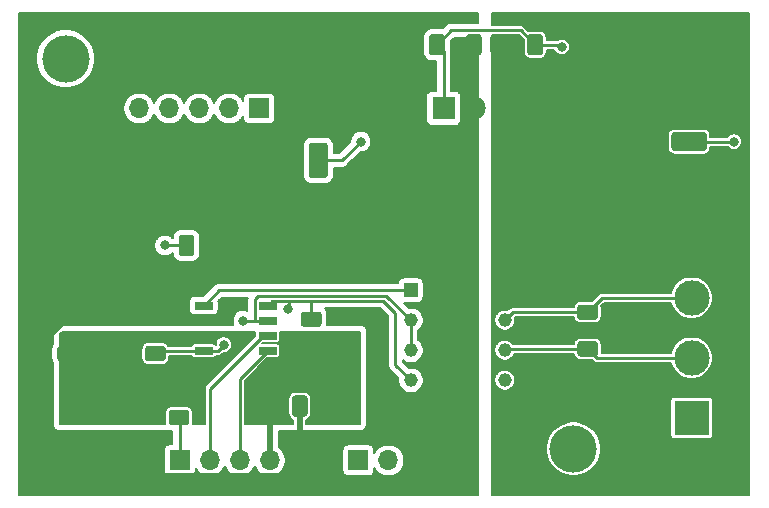
<source format=gtl>
%TF.GenerationSoftware,KiCad,Pcbnew,(5.1.12)-1*%
%TF.CreationDate,2022-08-06T16:25:20+02:00*%
%TF.ProjectId,Konwerter,4b6f6e77-6572-4746-9572-2e6b69636164,rev?*%
%TF.SameCoordinates,Original*%
%TF.FileFunction,Copper,L1,Top*%
%TF.FilePolarity,Positive*%
%FSLAX46Y46*%
G04 Gerber Fmt 4.6, Leading zero omitted, Abs format (unit mm)*
G04 Created by KiCad (PCBNEW (5.1.12)-1) date 2022-08-06 16:25:20*
%MOMM*%
%LPD*%
G01*
G04 APERTURE LIST*
%TA.AperFunction,ComponentPad*%
%ADD10O,1.700000X1.700000*%
%TD*%
%TA.AperFunction,ComponentPad*%
%ADD11R,1.700000X1.700000*%
%TD*%
%TA.AperFunction,ComponentPad*%
%ADD12C,4.000000*%
%TD*%
%TA.AperFunction,ComponentPad*%
%ADD13C,3.000000*%
%TD*%
%TA.AperFunction,ComponentPad*%
%ADD14R,3.000000X3.000000*%
%TD*%
%TA.AperFunction,ComponentPad*%
%ADD15C,1.980000*%
%TD*%
%TA.AperFunction,ComponentPad*%
%ADD16R,1.980000X1.980000*%
%TD*%
%TA.AperFunction,SMDPad,CuDef*%
%ADD17R,1.525000X0.650000*%
%TD*%
%TA.AperFunction,ComponentPad*%
%ADD18C,1.160000*%
%TD*%
%TA.AperFunction,ComponentPad*%
%ADD19R,1.160000X1.160000*%
%TD*%
%TA.AperFunction,ViaPad*%
%ADD20C,0.800000*%
%TD*%
%TA.AperFunction,Conductor*%
%ADD21C,0.250000*%
%TD*%
%TA.AperFunction,Conductor*%
%ADD22C,0.500000*%
%TD*%
%TA.AperFunction,Conductor*%
%ADD23C,0.200000*%
%TD*%
G04 APERTURE END LIST*
D10*
X122340000Y-111000000D03*
D11*
X119800000Y-111000000D03*
D12*
X95000000Y-77000000D03*
X138000000Y-110000000D03*
%TA.AperFunction,SMDPad,CuDef*%
G36*
G01*
X116425001Y-99700000D02*
X115174999Y-99700000D01*
G75*
G02*
X114925000Y-99450001I0J249999D01*
G01*
X114925000Y-98649999D01*
G75*
G02*
X115174999Y-98400000I249999J0D01*
G01*
X116425001Y-98400000D01*
G75*
G02*
X116675000Y-98649999I0J-249999D01*
G01*
X116675000Y-99450001D01*
G75*
G02*
X116425001Y-99700000I-249999J0D01*
G01*
G37*
%TD.AperFunction*%
%TA.AperFunction,SMDPad,CuDef*%
G36*
G01*
X116425001Y-102800000D02*
X115174999Y-102800000D01*
G75*
G02*
X114925000Y-102550001I0J249999D01*
G01*
X114925000Y-101749999D01*
G75*
G02*
X115174999Y-101500000I249999J0D01*
G01*
X116425001Y-101500000D01*
G75*
G02*
X116675000Y-101749999I0J-249999D01*
G01*
X116675000Y-102550001D01*
G75*
G02*
X116425001Y-102800000I-249999J0D01*
G01*
G37*
%TD.AperFunction*%
%TA.AperFunction,SMDPad,CuDef*%
G36*
G01*
X103974999Y-106700000D02*
X105225001Y-106700000D01*
G75*
G02*
X105475000Y-106949999I0J-249999D01*
G01*
X105475000Y-107750001D01*
G75*
G02*
X105225001Y-108000000I-249999J0D01*
G01*
X103974999Y-108000000D01*
G75*
G02*
X103725000Y-107750001I0J249999D01*
G01*
X103725000Y-106949999D01*
G75*
G02*
X103974999Y-106700000I249999J0D01*
G01*
G37*
%TD.AperFunction*%
%TA.AperFunction,SMDPad,CuDef*%
G36*
G01*
X103974999Y-103600000D02*
X105225001Y-103600000D01*
G75*
G02*
X105475000Y-103849999I0J-249999D01*
G01*
X105475000Y-104650001D01*
G75*
G02*
X105225001Y-104900000I-249999J0D01*
G01*
X103974999Y-104900000D01*
G75*
G02*
X103725000Y-104650001I0J249999D01*
G01*
X103725000Y-103849999D01*
G75*
G02*
X103974999Y-103600000I249999J0D01*
G01*
G37*
%TD.AperFunction*%
%TA.AperFunction,SMDPad,CuDef*%
G36*
G01*
X138574999Y-100900000D02*
X139825001Y-100900000D01*
G75*
G02*
X140075000Y-101149999I0J-249999D01*
G01*
X140075000Y-101950001D01*
G75*
G02*
X139825001Y-102200000I-249999J0D01*
G01*
X138574999Y-102200000D01*
G75*
G02*
X138325000Y-101950001I0J249999D01*
G01*
X138325000Y-101149999D01*
G75*
G02*
X138574999Y-100900000I249999J0D01*
G01*
G37*
%TD.AperFunction*%
%TA.AperFunction,SMDPad,CuDef*%
G36*
G01*
X138574999Y-97800000D02*
X139825001Y-97800000D01*
G75*
G02*
X140075000Y-98049999I0J-249999D01*
G01*
X140075000Y-98850001D01*
G75*
G02*
X139825001Y-99100000I-249999J0D01*
G01*
X138574999Y-99100000D01*
G75*
G02*
X138325000Y-98850001I0J249999D01*
G01*
X138325000Y-98049999D01*
G75*
G02*
X138574999Y-97800000I249999J0D01*
G01*
G37*
%TD.AperFunction*%
%TA.AperFunction,SMDPad,CuDef*%
G36*
G01*
X101974999Y-101300000D02*
X103225001Y-101300000D01*
G75*
G02*
X103475000Y-101549999I0J-249999D01*
G01*
X103475000Y-102350001D01*
G75*
G02*
X103225001Y-102600000I-249999J0D01*
G01*
X101974999Y-102600000D01*
G75*
G02*
X101725000Y-102350001I0J249999D01*
G01*
X101725000Y-101549999D01*
G75*
G02*
X101974999Y-101300000I249999J0D01*
G01*
G37*
%TD.AperFunction*%
%TA.AperFunction,SMDPad,CuDef*%
G36*
G01*
X101974999Y-98200000D02*
X103225001Y-98200000D01*
G75*
G02*
X103475000Y-98449999I0J-249999D01*
G01*
X103475000Y-99250001D01*
G75*
G02*
X103225001Y-99500000I-249999J0D01*
G01*
X101974999Y-99500000D01*
G75*
G02*
X101725000Y-99250001I0J249999D01*
G01*
X101725000Y-98449999D01*
G75*
G02*
X101974999Y-98200000I249999J0D01*
G01*
G37*
%TD.AperFunction*%
D13*
X148000000Y-92160000D03*
D14*
X148000000Y-107400000D03*
D13*
X148000000Y-97240000D03*
X148000000Y-102320000D03*
D10*
X114820000Y-111000000D03*
X112280000Y-111000000D03*
X109740000Y-111000000D03*
X107200000Y-111000000D03*
D11*
X104660000Y-111000000D03*
D10*
X101240000Y-81200000D03*
X103780000Y-81200000D03*
X106320000Y-81200000D03*
X108860000Y-81200000D03*
D11*
X111400000Y-81200000D03*
D15*
X132100000Y-81200000D03*
X129550000Y-81200000D03*
D16*
X127000000Y-81200000D03*
D17*
X112112000Y-97895000D03*
X112112000Y-99165000D03*
X112112000Y-100435000D03*
X112112000Y-101705000D03*
X106688000Y-101705000D03*
X106688000Y-100435000D03*
X106688000Y-99165000D03*
X106688000Y-97895000D03*
D18*
X132170000Y-96590000D03*
X132170000Y-99130000D03*
X132170000Y-101670000D03*
X132170000Y-104210000D03*
X124230000Y-104210000D03*
X124230000Y-101670000D03*
X124230000Y-99130000D03*
D19*
X124230000Y-96590000D03*
%TA.AperFunction,SMDPad,CuDef*%
G36*
G01*
X94549998Y-101300000D02*
X95850002Y-101300000D01*
G75*
G02*
X96100000Y-101549998I0J-249998D01*
G01*
X96100000Y-102375002D01*
G75*
G02*
X95850002Y-102625000I-249998J0D01*
G01*
X94549998Y-102625000D01*
G75*
G02*
X94300000Y-102375002I0J249998D01*
G01*
X94300000Y-101549998D01*
G75*
G02*
X94549998Y-101300000I249998J0D01*
G01*
G37*
%TD.AperFunction*%
%TA.AperFunction,SMDPad,CuDef*%
G36*
G01*
X94549998Y-98175000D02*
X95850002Y-98175000D01*
G75*
G02*
X96100000Y-98424998I0J-249998D01*
G01*
X96100000Y-99250002D01*
G75*
G02*
X95850002Y-99500000I-249998J0D01*
G01*
X94549998Y-99500000D01*
G75*
G02*
X94300000Y-99250002I0J249998D01*
G01*
X94300000Y-98424998D01*
G75*
G02*
X94549998Y-98175000I249998J0D01*
G01*
G37*
%TD.AperFunction*%
%TA.AperFunction,SMDPad,CuDef*%
G36*
G01*
X105900000Y-92149998D02*
X105900000Y-93450002D01*
G75*
G02*
X105650002Y-93700000I-249998J0D01*
G01*
X104824998Y-93700000D01*
G75*
G02*
X104575000Y-93450002I0J249998D01*
G01*
X104575000Y-92149998D01*
G75*
G02*
X104824998Y-91900000I249998J0D01*
G01*
X105650002Y-91900000D01*
G75*
G02*
X105900000Y-92149998I0J-249998D01*
G01*
G37*
%TD.AperFunction*%
%TA.AperFunction,SMDPad,CuDef*%
G36*
G01*
X109025000Y-92149998D02*
X109025000Y-93450002D01*
G75*
G02*
X108775002Y-93700000I-249998J0D01*
G01*
X107949998Y-93700000D01*
G75*
G02*
X107700000Y-93450002I0J249998D01*
G01*
X107700000Y-92149998D01*
G75*
G02*
X107949998Y-91900000I249998J0D01*
G01*
X108775002Y-91900000D01*
G75*
G02*
X109025000Y-92149998I0J-249998D01*
G01*
G37*
%TD.AperFunction*%
%TA.AperFunction,SMDPad,CuDef*%
G36*
G01*
X117300000Y-107050002D02*
X117300000Y-105749998D01*
G75*
G02*
X117549998Y-105500000I249998J0D01*
G01*
X118375002Y-105500000D01*
G75*
G02*
X118625000Y-105749998I0J-249998D01*
G01*
X118625000Y-107050002D01*
G75*
G02*
X118375002Y-107300000I-249998J0D01*
G01*
X117549998Y-107300000D01*
G75*
G02*
X117300000Y-107050002I0J249998D01*
G01*
G37*
%TD.AperFunction*%
%TA.AperFunction,SMDPad,CuDef*%
G36*
G01*
X114175000Y-107050002D02*
X114175000Y-105749998D01*
G75*
G02*
X114424998Y-105500000I249998J0D01*
G01*
X115250002Y-105500000D01*
G75*
G02*
X115500000Y-105749998I0J-249998D01*
G01*
X115500000Y-107050002D01*
G75*
G02*
X115250002Y-107300000I-249998J0D01*
G01*
X114424998Y-107300000D01*
G75*
G02*
X114175000Y-107050002I0J249998D01*
G01*
G37*
%TD.AperFunction*%
%TA.AperFunction,SMDPad,CuDef*%
G36*
G01*
X132300000Y-75149998D02*
X132300000Y-76450002D01*
G75*
G02*
X132050002Y-76700000I-249998J0D01*
G01*
X131224998Y-76700000D01*
G75*
G02*
X130975000Y-76450002I0J249998D01*
G01*
X130975000Y-75149998D01*
G75*
G02*
X131224998Y-74900000I249998J0D01*
G01*
X132050002Y-74900000D01*
G75*
G02*
X132300000Y-75149998I0J-249998D01*
G01*
G37*
%TD.AperFunction*%
%TA.AperFunction,SMDPad,CuDef*%
G36*
G01*
X135425000Y-75149998D02*
X135425000Y-76450002D01*
G75*
G02*
X135175002Y-76700000I-249998J0D01*
G01*
X134349998Y-76700000D01*
G75*
G02*
X134100000Y-76450002I0J249998D01*
G01*
X134100000Y-75149998D01*
G75*
G02*
X134349998Y-74900000I249998J0D01*
G01*
X135175002Y-74900000D01*
G75*
G02*
X135425000Y-75149998I0J-249998D01*
G01*
G37*
%TD.AperFunction*%
%TA.AperFunction,SMDPad,CuDef*%
G36*
G01*
X116950000Y-87100000D02*
X115850000Y-87100000D01*
G75*
G02*
X115600000Y-86850000I0J250000D01*
G01*
X115600000Y-84350000D01*
G75*
G02*
X115850000Y-84100000I250000J0D01*
G01*
X116950000Y-84100000D01*
G75*
G02*
X117200000Y-84350000I0J-250000D01*
G01*
X117200000Y-86850000D01*
G75*
G02*
X116950000Y-87100000I-250000J0D01*
G01*
G37*
%TD.AperFunction*%
%TA.AperFunction,SMDPad,CuDef*%
G36*
G01*
X116950000Y-91500000D02*
X115850000Y-91500000D01*
G75*
G02*
X115600000Y-91250000I0J250000D01*
G01*
X115600000Y-88750000D01*
G75*
G02*
X115850000Y-88500000I250000J0D01*
G01*
X116950000Y-88500000D01*
G75*
G02*
X117200000Y-88750000I0J-250000D01*
G01*
X117200000Y-91250000D01*
G75*
G02*
X116950000Y-91500000I-250000J0D01*
G01*
G37*
%TD.AperFunction*%
%TA.AperFunction,SMDPad,CuDef*%
G36*
G01*
X128900000Y-76450002D02*
X128900000Y-75149998D01*
G75*
G02*
X129149998Y-74900000I249998J0D01*
G01*
X129975002Y-74900000D01*
G75*
G02*
X130225000Y-75149998I0J-249998D01*
G01*
X130225000Y-76450002D01*
G75*
G02*
X129975002Y-76700000I-249998J0D01*
G01*
X129149998Y-76700000D01*
G75*
G02*
X128900000Y-76450002I0J249998D01*
G01*
G37*
%TD.AperFunction*%
%TA.AperFunction,SMDPad,CuDef*%
G36*
G01*
X125775000Y-76450002D02*
X125775000Y-75149998D01*
G75*
G02*
X126024998Y-74900000I249998J0D01*
G01*
X126850002Y-74900000D01*
G75*
G02*
X127100000Y-75149998I0J-249998D01*
G01*
X127100000Y-76450002D01*
G75*
G02*
X126850002Y-76700000I-249998J0D01*
G01*
X126024998Y-76700000D01*
G75*
G02*
X125775000Y-76450002I0J249998D01*
G01*
G37*
%TD.AperFunction*%
%TA.AperFunction,SMDPad,CuDef*%
G36*
G01*
X146300000Y-84550000D02*
X146300000Y-83450000D01*
G75*
G02*
X146550000Y-83200000I250000J0D01*
G01*
X149050000Y-83200000D01*
G75*
G02*
X149300000Y-83450000I0J-250000D01*
G01*
X149300000Y-84550000D01*
G75*
G02*
X149050000Y-84800000I-250000J0D01*
G01*
X146550000Y-84800000D01*
G75*
G02*
X146300000Y-84550000I0J250000D01*
G01*
G37*
%TD.AperFunction*%
%TA.AperFunction,SMDPad,CuDef*%
G36*
G01*
X141900000Y-84550000D02*
X141900000Y-83450000D01*
G75*
G02*
X142150000Y-83200000I250000J0D01*
G01*
X144650000Y-83200000D01*
G75*
G02*
X144900000Y-83450000I0J-250000D01*
G01*
X144900000Y-84550000D01*
G75*
G02*
X144650000Y-84800000I-250000J0D01*
G01*
X142150000Y-84800000D01*
G75*
G02*
X141900000Y-84550000I0J250000D01*
G01*
G37*
%TD.AperFunction*%
%TA.AperFunction,SMDPad,CuDef*%
G36*
G01*
X98549998Y-101262500D02*
X99850002Y-101262500D01*
G75*
G02*
X100100000Y-101512498I0J-249998D01*
G01*
X100100000Y-102337502D01*
G75*
G02*
X99850002Y-102587500I-249998J0D01*
G01*
X98549998Y-102587500D01*
G75*
G02*
X98300000Y-102337502I0J249998D01*
G01*
X98300000Y-101512498D01*
G75*
G02*
X98549998Y-101262500I249998J0D01*
G01*
G37*
%TD.AperFunction*%
%TA.AperFunction,SMDPad,CuDef*%
G36*
G01*
X98549998Y-98137500D02*
X99850002Y-98137500D01*
G75*
G02*
X100100000Y-98387498I0J-249998D01*
G01*
X100100000Y-99212502D01*
G75*
G02*
X99850002Y-99462500I-249998J0D01*
G01*
X98549998Y-99462500D01*
G75*
G02*
X98300000Y-99212502I0J249998D01*
G01*
X98300000Y-98387498D01*
G75*
G02*
X98549998Y-98137500I249998J0D01*
G01*
G37*
%TD.AperFunction*%
D20*
X97275000Y-101925000D03*
X104565000Y-100435000D03*
X151600000Y-84000000D03*
X103400000Y-92800000D03*
X137000000Y-76000000D03*
X120000000Y-84000000D03*
X113800000Y-98200000D03*
X110035000Y-99165000D03*
X108400000Y-101200000D03*
D21*
X100690000Y-100435000D02*
X99200000Y-101925000D01*
X106688000Y-100435000D02*
X104565000Y-100435000D01*
X95237500Y-101925000D02*
X95200000Y-101962500D01*
X99200000Y-101925000D02*
X97275000Y-101925000D01*
X101525000Y-104250000D02*
X99200000Y-101925000D01*
X104600000Y-104250000D02*
X101525000Y-104250000D01*
X97275000Y-101925000D02*
X95237500Y-101925000D01*
X104565000Y-100435000D02*
X100690000Y-100435000D01*
X151600000Y-84000000D02*
X151600000Y-84200000D01*
X151600000Y-84000000D02*
X151600000Y-84000000D01*
X147800000Y-84000000D02*
X151600000Y-84000000D01*
X112280000Y-105670000D02*
X115800000Y-102150000D01*
D22*
X112280000Y-111000000D02*
X112280000Y-105670000D01*
D21*
X117962500Y-104312500D02*
X115800000Y-102150000D01*
X117962500Y-106400000D02*
X117962500Y-104312500D01*
X105237500Y-92800000D02*
X103400000Y-92800000D01*
X103400000Y-92800000D02*
X103400000Y-92800000D01*
X127000000Y-76362500D02*
X126437500Y-75800000D01*
X127000000Y-81200000D02*
X127000000Y-76362500D01*
X133537490Y-74574990D02*
X134762500Y-75800000D01*
X127662510Y-74574990D02*
X133537490Y-74574990D01*
X126437500Y-75800000D02*
X127662510Y-74574990D01*
X134762500Y-75800000D02*
X136800000Y-75800000D01*
X136800000Y-75800000D02*
X137000000Y-76000000D01*
X137000000Y-76000000D02*
X137000000Y-76000000D01*
X116400000Y-85600000D02*
X118400000Y-85600000D01*
X118400000Y-85600000D02*
X120000000Y-84000000D01*
X120000000Y-84000000D02*
X120000000Y-84000000D01*
X99162500Y-98837500D02*
X99200000Y-98800000D01*
X102550000Y-98800000D02*
X102600000Y-98850000D01*
D22*
X93849990Y-100187510D02*
X95200000Y-98837500D01*
X113519999Y-112300001D02*
X103449999Y-112300001D01*
X114820000Y-111000000D02*
X113519999Y-112300001D01*
X102915000Y-99165000D02*
X102600000Y-98850000D01*
X106688000Y-99165000D02*
X102915000Y-99165000D01*
X99250000Y-98850000D02*
X99200000Y-98800000D01*
X102600000Y-98850000D02*
X99250000Y-98850000D01*
X95237500Y-98800000D02*
X95200000Y-98837500D01*
X99200000Y-98800000D02*
X95237500Y-98800000D01*
X129550000Y-82600071D02*
X122350071Y-89800000D01*
X129550000Y-81200000D02*
X129550000Y-82600071D01*
X116600000Y-89800000D02*
X116400000Y-90000000D01*
X122350071Y-89800000D02*
X116600000Y-89800000D01*
X111850000Y-90000000D02*
X111650000Y-89800000D01*
X116400000Y-90000000D02*
X111850000Y-90000000D01*
X114837500Y-110982500D02*
X114820000Y-111000000D01*
X114837500Y-106400000D02*
X114837500Y-110982500D01*
X111162500Y-90000000D02*
X108362500Y-92800000D01*
X111850000Y-90000000D02*
X111162500Y-90000000D01*
X108362500Y-93087500D02*
X102600000Y-98850000D01*
X108362500Y-92800000D02*
X108362500Y-93087500D01*
X129562500Y-81187500D02*
X129550000Y-81200000D01*
X129562500Y-75800000D02*
X129562500Y-81187500D01*
X143060000Y-92160000D02*
X132100000Y-81200000D01*
X148000000Y-92160000D02*
X143060000Y-92160000D01*
X132100000Y-96520000D02*
X132170000Y-96590000D01*
X132100000Y-81200000D02*
X132100000Y-96520000D01*
X143400000Y-84000000D02*
X143400000Y-91600000D01*
X143060000Y-91940000D02*
X143060000Y-92160000D01*
X143400000Y-91600000D02*
X143060000Y-91940000D01*
X131637500Y-80737500D02*
X132100000Y-81200000D01*
X131637500Y-75800000D02*
X131637500Y-80737500D01*
D21*
X140410000Y-97240000D02*
X139200000Y-98450000D01*
X148000000Y-97240000D02*
X140410000Y-97240000D01*
X132850000Y-98450000D02*
X132170000Y-99130000D01*
X139200000Y-98450000D02*
X132850000Y-98450000D01*
X139970000Y-102320000D02*
X139200000Y-101550000D01*
X148000000Y-102320000D02*
X139970000Y-102320000D01*
X132290000Y-101550000D02*
X132170000Y-101670000D01*
X139200000Y-101550000D02*
X132290000Y-101550000D01*
X124230000Y-104210000D02*
X122931795Y-102911795D01*
X122931795Y-98531795D02*
X121890020Y-97490020D01*
X122931795Y-102911795D02*
X122931795Y-98531795D01*
X112516980Y-97490020D02*
X112112000Y-97895000D01*
X115800000Y-97600000D02*
X115690020Y-97490020D01*
X115800000Y-99050000D02*
X115800000Y-97600000D01*
X121890020Y-97490020D02*
X115690020Y-97490020D01*
X113909980Y-97490020D02*
X113909980Y-98090020D01*
X115690020Y-97490020D02*
X113909980Y-97490020D01*
X113909980Y-97490020D02*
X112516980Y-97490020D01*
X113909980Y-98090020D02*
X113800000Y-98200000D01*
X113800000Y-98200000D02*
X113800000Y-98200000D01*
X124230000Y-99130000D02*
X122140010Y-97040010D01*
X111099500Y-99165000D02*
X112112000Y-99165000D01*
X111024499Y-99089999D02*
X111099500Y-99165000D01*
X111024499Y-97309999D02*
X111024499Y-99089999D01*
X111294488Y-97040010D02*
X111024499Y-97309999D01*
X122140010Y-97040010D02*
X111294488Y-97040010D01*
X124230000Y-101670000D02*
X124230000Y-99130000D01*
X112112000Y-99165000D02*
X110035000Y-99165000D01*
X110035000Y-99165000D02*
X110035000Y-99165000D01*
X107993000Y-96590000D02*
X106688000Y-97895000D01*
X124230000Y-96590000D02*
X107993000Y-96590000D01*
X112514502Y-100435000D02*
X112112000Y-100435000D01*
X111709498Y-100435000D02*
X112112000Y-100435000D01*
X107200000Y-104944498D02*
X111709498Y-100435000D01*
X107200000Y-111000000D02*
X107200000Y-104944498D01*
X109740000Y-104077000D02*
X112112000Y-101705000D01*
X109740000Y-111000000D02*
X109740000Y-104077000D01*
X102845000Y-101705000D02*
X102600000Y-101950000D01*
X106688000Y-101705000D02*
X102845000Y-101705000D01*
X106688000Y-101705000D02*
X107895000Y-101705000D01*
X107895000Y-101705000D02*
X108400000Y-101200000D01*
X108400000Y-101200000D02*
X108400000Y-101200000D01*
X104660000Y-107410000D02*
X104600000Y-107350000D01*
X104660000Y-111000000D02*
X104660000Y-107410000D01*
D23*
X152900000Y-113900000D02*
X131100000Y-113900000D01*
X131100000Y-109773470D01*
X135700000Y-109773470D01*
X135700000Y-110226530D01*
X135788387Y-110670885D01*
X135961766Y-111089459D01*
X136213473Y-111466165D01*
X136533835Y-111786527D01*
X136910541Y-112038234D01*
X137329115Y-112211613D01*
X137773470Y-112300000D01*
X138226530Y-112300000D01*
X138670885Y-112211613D01*
X139089459Y-112038234D01*
X139466165Y-111786527D01*
X139786527Y-111466165D01*
X140038234Y-111089459D01*
X140211613Y-110670885D01*
X140300000Y-110226530D01*
X140300000Y-109773470D01*
X140211613Y-109329115D01*
X140038234Y-108910541D01*
X139786527Y-108533835D01*
X139466165Y-108213473D01*
X139089459Y-107961766D01*
X138670885Y-107788387D01*
X138226530Y-107700000D01*
X137773470Y-107700000D01*
X137329115Y-107788387D01*
X136910541Y-107961766D01*
X136533835Y-108213473D01*
X136213473Y-108533835D01*
X135961766Y-108910541D01*
X135788387Y-109329115D01*
X135700000Y-109773470D01*
X131100000Y-109773470D01*
X131100000Y-105900000D01*
X146198549Y-105900000D01*
X146198549Y-108900000D01*
X146204341Y-108958810D01*
X146221496Y-109015360D01*
X146249353Y-109067477D01*
X146286842Y-109113158D01*
X146332523Y-109150647D01*
X146384640Y-109178504D01*
X146441190Y-109195659D01*
X146500000Y-109201451D01*
X149500000Y-109201451D01*
X149558810Y-109195659D01*
X149615360Y-109178504D01*
X149667477Y-109150647D01*
X149713158Y-109113158D01*
X149750647Y-109067477D01*
X149778504Y-109015360D01*
X149795659Y-108958810D01*
X149801451Y-108900000D01*
X149801451Y-105900000D01*
X149795659Y-105841190D01*
X149778504Y-105784640D01*
X149750647Y-105732523D01*
X149713158Y-105686842D01*
X149667477Y-105649353D01*
X149615360Y-105621496D01*
X149558810Y-105604341D01*
X149500000Y-105598549D01*
X146500000Y-105598549D01*
X146441190Y-105604341D01*
X146384640Y-105621496D01*
X146332523Y-105649353D01*
X146286842Y-105686842D01*
X146249353Y-105732523D01*
X146221496Y-105784640D01*
X146204341Y-105841190D01*
X146198549Y-105900000D01*
X131100000Y-105900000D01*
X131100000Y-104123328D01*
X131290000Y-104123328D01*
X131290000Y-104296672D01*
X131323818Y-104466687D01*
X131390154Y-104626836D01*
X131486459Y-104770967D01*
X131609033Y-104893541D01*
X131753164Y-104989846D01*
X131913313Y-105056182D01*
X132083328Y-105090000D01*
X132256672Y-105090000D01*
X132426687Y-105056182D01*
X132586836Y-104989846D01*
X132730967Y-104893541D01*
X132853541Y-104770967D01*
X132949846Y-104626836D01*
X133016182Y-104466687D01*
X133050000Y-104296672D01*
X133050000Y-104123328D01*
X133016182Y-103953313D01*
X132949846Y-103793164D01*
X132853541Y-103649033D01*
X132730967Y-103526459D01*
X132586836Y-103430154D01*
X132426687Y-103363818D01*
X132256672Y-103330000D01*
X132083328Y-103330000D01*
X131913313Y-103363818D01*
X131753164Y-103430154D01*
X131609033Y-103526459D01*
X131486459Y-103649033D01*
X131390154Y-103793164D01*
X131323818Y-103953313D01*
X131290000Y-104123328D01*
X131100000Y-104123328D01*
X131100000Y-101583328D01*
X131290000Y-101583328D01*
X131290000Y-101756672D01*
X131323818Y-101926687D01*
X131390154Y-102086836D01*
X131486459Y-102230967D01*
X131609033Y-102353541D01*
X131753164Y-102449846D01*
X131913313Y-102516182D01*
X132083328Y-102550000D01*
X132256672Y-102550000D01*
X132426687Y-102516182D01*
X132586836Y-102449846D01*
X132730967Y-102353541D01*
X132853541Y-102230967D01*
X132949846Y-102086836D01*
X132996170Y-101975000D01*
X138026011Y-101975000D01*
X138034145Y-102057584D01*
X138065526Y-102161032D01*
X138116485Y-102256370D01*
X138185065Y-102339935D01*
X138268630Y-102408515D01*
X138363968Y-102459474D01*
X138467416Y-102490855D01*
X138574999Y-102501451D01*
X139550410Y-102501451D01*
X139654721Y-102605762D01*
X139668026Y-102621974D01*
X139732740Y-102675084D01*
X139806573Y-102714548D01*
X139862383Y-102731478D01*
X139886685Y-102738850D01*
X139895098Y-102739679D01*
X139949126Y-102745000D01*
X139949132Y-102745000D01*
X139969999Y-102747055D01*
X139990866Y-102745000D01*
X146249274Y-102745000D01*
X146269173Y-102845041D01*
X146404861Y-103172620D01*
X146601849Y-103467433D01*
X146852567Y-103718151D01*
X147147380Y-103915139D01*
X147474959Y-104050827D01*
X147822716Y-104120000D01*
X148177284Y-104120000D01*
X148525041Y-104050827D01*
X148852620Y-103915139D01*
X149147433Y-103718151D01*
X149398151Y-103467433D01*
X149595139Y-103172620D01*
X149730827Y-102845041D01*
X149800000Y-102497284D01*
X149800000Y-102142716D01*
X149730827Y-101794959D01*
X149595139Y-101467380D01*
X149398151Y-101172567D01*
X149147433Y-100921849D01*
X148852620Y-100724861D01*
X148525041Y-100589173D01*
X148177284Y-100520000D01*
X147822716Y-100520000D01*
X147474959Y-100589173D01*
X147147380Y-100724861D01*
X146852567Y-100921849D01*
X146601849Y-101172567D01*
X146404861Y-101467380D01*
X146269173Y-101794959D01*
X146249274Y-101895000D01*
X140376451Y-101895000D01*
X140376451Y-101149999D01*
X140365855Y-101042416D01*
X140334474Y-100938968D01*
X140283515Y-100843630D01*
X140214935Y-100760065D01*
X140131370Y-100691485D01*
X140036032Y-100640526D01*
X139932584Y-100609145D01*
X139825001Y-100598549D01*
X138574999Y-100598549D01*
X138467416Y-100609145D01*
X138363968Y-100640526D01*
X138268630Y-100691485D01*
X138185065Y-100760065D01*
X138116485Y-100843630D01*
X138065526Y-100938968D01*
X138034145Y-101042416D01*
X138026011Y-101125000D01*
X132864210Y-101125000D01*
X132853541Y-101109033D01*
X132730967Y-100986459D01*
X132586836Y-100890154D01*
X132426687Y-100823818D01*
X132256672Y-100790000D01*
X132083328Y-100790000D01*
X131913313Y-100823818D01*
X131753164Y-100890154D01*
X131609033Y-100986459D01*
X131486459Y-101109033D01*
X131390154Y-101253164D01*
X131323818Y-101413313D01*
X131290000Y-101583328D01*
X131100000Y-101583328D01*
X131100000Y-99043328D01*
X131290000Y-99043328D01*
X131290000Y-99216672D01*
X131323818Y-99386687D01*
X131390154Y-99546836D01*
X131486459Y-99690967D01*
X131609033Y-99813541D01*
X131753164Y-99909846D01*
X131913313Y-99976182D01*
X132083328Y-100010000D01*
X132256672Y-100010000D01*
X132426687Y-99976182D01*
X132586836Y-99909846D01*
X132730967Y-99813541D01*
X132853541Y-99690967D01*
X132949846Y-99546836D01*
X133016182Y-99386687D01*
X133050000Y-99216672D01*
X133050000Y-99043328D01*
X133018098Y-98882943D01*
X133026041Y-98875000D01*
X138026011Y-98875000D01*
X138034145Y-98957584D01*
X138065526Y-99061032D01*
X138116485Y-99156370D01*
X138185065Y-99239935D01*
X138268630Y-99308515D01*
X138363968Y-99359474D01*
X138467416Y-99390855D01*
X138574999Y-99401451D01*
X139825001Y-99401451D01*
X139932584Y-99390855D01*
X140036032Y-99359474D01*
X140131370Y-99308515D01*
X140214935Y-99239935D01*
X140283515Y-99156370D01*
X140334474Y-99061032D01*
X140365855Y-98957584D01*
X140376451Y-98850001D01*
X140376451Y-98049999D01*
X140365855Y-97942416D01*
X140352535Y-97898506D01*
X140586041Y-97665000D01*
X146249274Y-97665000D01*
X146269173Y-97765041D01*
X146404861Y-98092620D01*
X146601849Y-98387433D01*
X146852567Y-98638151D01*
X147147380Y-98835139D01*
X147474959Y-98970827D01*
X147822716Y-99040000D01*
X148177284Y-99040000D01*
X148525041Y-98970827D01*
X148852620Y-98835139D01*
X149147433Y-98638151D01*
X149398151Y-98387433D01*
X149595139Y-98092620D01*
X149730827Y-97765041D01*
X149800000Y-97417284D01*
X149800000Y-97062716D01*
X149730827Y-96714959D01*
X149595139Y-96387380D01*
X149398151Y-96092567D01*
X149147433Y-95841849D01*
X148852620Y-95644861D01*
X148525041Y-95509173D01*
X148177284Y-95440000D01*
X147822716Y-95440000D01*
X147474959Y-95509173D01*
X147147380Y-95644861D01*
X146852567Y-95841849D01*
X146601849Y-96092567D01*
X146404861Y-96387380D01*
X146269173Y-96714959D01*
X146249274Y-96815000D01*
X140430866Y-96815000D01*
X140409999Y-96812945D01*
X140389132Y-96815000D01*
X140389126Y-96815000D01*
X140335098Y-96820321D01*
X140326685Y-96821150D01*
X140302383Y-96828522D01*
X140246573Y-96845452D01*
X140172740Y-96884916D01*
X140108026Y-96938026D01*
X140094721Y-96954238D01*
X139550410Y-97498549D01*
X138574999Y-97498549D01*
X138467416Y-97509145D01*
X138363968Y-97540526D01*
X138268630Y-97591485D01*
X138185065Y-97660065D01*
X138116485Y-97743630D01*
X138065526Y-97838968D01*
X138034145Y-97942416D01*
X138026011Y-98025000D01*
X132870866Y-98025000D01*
X132849999Y-98022945D01*
X132829132Y-98025000D01*
X132829126Y-98025000D01*
X132775098Y-98030321D01*
X132766685Y-98031150D01*
X132742383Y-98038522D01*
X132686573Y-98055452D01*
X132612740Y-98094916D01*
X132548026Y-98148026D01*
X132534721Y-98164238D01*
X132417057Y-98281902D01*
X132256672Y-98250000D01*
X132083328Y-98250000D01*
X131913313Y-98283818D01*
X131753164Y-98350154D01*
X131609033Y-98446459D01*
X131486459Y-98569033D01*
X131390154Y-98713164D01*
X131323818Y-98873313D01*
X131290000Y-99043328D01*
X131100000Y-99043328D01*
X131100000Y-83450000D01*
X145998549Y-83450000D01*
X145998549Y-84550000D01*
X146009145Y-84657583D01*
X146040526Y-84761031D01*
X146091485Y-84856370D01*
X146160065Y-84939935D01*
X146243630Y-85008515D01*
X146338969Y-85059474D01*
X146442417Y-85090855D01*
X146550000Y-85101451D01*
X149050000Y-85101451D01*
X149157583Y-85090855D01*
X149261031Y-85059474D01*
X149356370Y-85008515D01*
X149439935Y-84939935D01*
X149508515Y-84856370D01*
X149559474Y-84761031D01*
X149590855Y-84657583D01*
X149601451Y-84550000D01*
X149601451Y-84425000D01*
X151042093Y-84425000D01*
X151056274Y-84446224D01*
X151153776Y-84543726D01*
X151268426Y-84620332D01*
X151395818Y-84673099D01*
X151531056Y-84700000D01*
X151668944Y-84700000D01*
X151804182Y-84673099D01*
X151931574Y-84620332D01*
X152046224Y-84543726D01*
X152143726Y-84446224D01*
X152220332Y-84331574D01*
X152273099Y-84204182D01*
X152300000Y-84068944D01*
X152300000Y-83931056D01*
X152273099Y-83795818D01*
X152220332Y-83668426D01*
X152143726Y-83553776D01*
X152046224Y-83456274D01*
X151931574Y-83379668D01*
X151804182Y-83326901D01*
X151668944Y-83300000D01*
X151531056Y-83300000D01*
X151395818Y-83326901D01*
X151268426Y-83379668D01*
X151153776Y-83456274D01*
X151056274Y-83553776D01*
X151042093Y-83575000D01*
X149601451Y-83575000D01*
X149601451Y-83450000D01*
X149590855Y-83342417D01*
X149559474Y-83238969D01*
X149508515Y-83143630D01*
X149439935Y-83060065D01*
X149356370Y-82991485D01*
X149261031Y-82940526D01*
X149157583Y-82909145D01*
X149050000Y-82898549D01*
X146550000Y-82898549D01*
X146442417Y-82909145D01*
X146338969Y-82940526D01*
X146243630Y-82991485D01*
X146160065Y-83060065D01*
X146091485Y-83143630D01*
X146040526Y-83238969D01*
X146009145Y-83342417D01*
X145998549Y-83450000D01*
X131100000Y-83450000D01*
X131100000Y-74999990D01*
X133361450Y-74999990D01*
X133798549Y-75437089D01*
X133798549Y-76450002D01*
X133809145Y-76557584D01*
X133840526Y-76661032D01*
X133891485Y-76756371D01*
X133960065Y-76839935D01*
X134043629Y-76908515D01*
X134138968Y-76959474D01*
X134242416Y-76990855D01*
X134349998Y-77001451D01*
X135175002Y-77001451D01*
X135282584Y-76990855D01*
X135386032Y-76959474D01*
X135481371Y-76908515D01*
X135564935Y-76839935D01*
X135633515Y-76756371D01*
X135684474Y-76661032D01*
X135715855Y-76557584D01*
X135726451Y-76450002D01*
X135726451Y-76225000D01*
X136335524Y-76225000D01*
X136379668Y-76331574D01*
X136456274Y-76446224D01*
X136553776Y-76543726D01*
X136668426Y-76620332D01*
X136795818Y-76673099D01*
X136931056Y-76700000D01*
X137068944Y-76700000D01*
X137204182Y-76673099D01*
X137331574Y-76620332D01*
X137446224Y-76543726D01*
X137543726Y-76446224D01*
X137620332Y-76331574D01*
X137673099Y-76204182D01*
X137700000Y-76068944D01*
X137700000Y-75931056D01*
X137673099Y-75795818D01*
X137620332Y-75668426D01*
X137543726Y-75553776D01*
X137446224Y-75456274D01*
X137331574Y-75379668D01*
X137204182Y-75326901D01*
X137068944Y-75300000D01*
X136931056Y-75300000D01*
X136795818Y-75326901D01*
X136679696Y-75375000D01*
X135726451Y-75375000D01*
X135726451Y-75149998D01*
X135715855Y-75042416D01*
X135684474Y-74938968D01*
X135633515Y-74843629D01*
X135564935Y-74760065D01*
X135481371Y-74691485D01*
X135386032Y-74640526D01*
X135282584Y-74609145D01*
X135175002Y-74598549D01*
X134349998Y-74598549D01*
X134242416Y-74609145D01*
X134188915Y-74625375D01*
X133852773Y-74289233D01*
X133839464Y-74273016D01*
X133774750Y-74219906D01*
X133700917Y-74180442D01*
X133620804Y-74156140D01*
X133558364Y-74149990D01*
X133558357Y-74149990D01*
X133537490Y-74147935D01*
X133516623Y-74149990D01*
X131100000Y-74149990D01*
X131100000Y-73100000D01*
X152900000Y-73100000D01*
X152900000Y-113900000D01*
%TA.AperFunction,Conductor*%
G36*
X152900000Y-113900000D02*
G01*
X131100000Y-113900000D01*
X131100000Y-109773470D01*
X135700000Y-109773470D01*
X135700000Y-110226530D01*
X135788387Y-110670885D01*
X135961766Y-111089459D01*
X136213473Y-111466165D01*
X136533835Y-111786527D01*
X136910541Y-112038234D01*
X137329115Y-112211613D01*
X137773470Y-112300000D01*
X138226530Y-112300000D01*
X138670885Y-112211613D01*
X139089459Y-112038234D01*
X139466165Y-111786527D01*
X139786527Y-111466165D01*
X140038234Y-111089459D01*
X140211613Y-110670885D01*
X140300000Y-110226530D01*
X140300000Y-109773470D01*
X140211613Y-109329115D01*
X140038234Y-108910541D01*
X139786527Y-108533835D01*
X139466165Y-108213473D01*
X139089459Y-107961766D01*
X138670885Y-107788387D01*
X138226530Y-107700000D01*
X137773470Y-107700000D01*
X137329115Y-107788387D01*
X136910541Y-107961766D01*
X136533835Y-108213473D01*
X136213473Y-108533835D01*
X135961766Y-108910541D01*
X135788387Y-109329115D01*
X135700000Y-109773470D01*
X131100000Y-109773470D01*
X131100000Y-105900000D01*
X146198549Y-105900000D01*
X146198549Y-108900000D01*
X146204341Y-108958810D01*
X146221496Y-109015360D01*
X146249353Y-109067477D01*
X146286842Y-109113158D01*
X146332523Y-109150647D01*
X146384640Y-109178504D01*
X146441190Y-109195659D01*
X146500000Y-109201451D01*
X149500000Y-109201451D01*
X149558810Y-109195659D01*
X149615360Y-109178504D01*
X149667477Y-109150647D01*
X149713158Y-109113158D01*
X149750647Y-109067477D01*
X149778504Y-109015360D01*
X149795659Y-108958810D01*
X149801451Y-108900000D01*
X149801451Y-105900000D01*
X149795659Y-105841190D01*
X149778504Y-105784640D01*
X149750647Y-105732523D01*
X149713158Y-105686842D01*
X149667477Y-105649353D01*
X149615360Y-105621496D01*
X149558810Y-105604341D01*
X149500000Y-105598549D01*
X146500000Y-105598549D01*
X146441190Y-105604341D01*
X146384640Y-105621496D01*
X146332523Y-105649353D01*
X146286842Y-105686842D01*
X146249353Y-105732523D01*
X146221496Y-105784640D01*
X146204341Y-105841190D01*
X146198549Y-105900000D01*
X131100000Y-105900000D01*
X131100000Y-104123328D01*
X131290000Y-104123328D01*
X131290000Y-104296672D01*
X131323818Y-104466687D01*
X131390154Y-104626836D01*
X131486459Y-104770967D01*
X131609033Y-104893541D01*
X131753164Y-104989846D01*
X131913313Y-105056182D01*
X132083328Y-105090000D01*
X132256672Y-105090000D01*
X132426687Y-105056182D01*
X132586836Y-104989846D01*
X132730967Y-104893541D01*
X132853541Y-104770967D01*
X132949846Y-104626836D01*
X133016182Y-104466687D01*
X133050000Y-104296672D01*
X133050000Y-104123328D01*
X133016182Y-103953313D01*
X132949846Y-103793164D01*
X132853541Y-103649033D01*
X132730967Y-103526459D01*
X132586836Y-103430154D01*
X132426687Y-103363818D01*
X132256672Y-103330000D01*
X132083328Y-103330000D01*
X131913313Y-103363818D01*
X131753164Y-103430154D01*
X131609033Y-103526459D01*
X131486459Y-103649033D01*
X131390154Y-103793164D01*
X131323818Y-103953313D01*
X131290000Y-104123328D01*
X131100000Y-104123328D01*
X131100000Y-101583328D01*
X131290000Y-101583328D01*
X131290000Y-101756672D01*
X131323818Y-101926687D01*
X131390154Y-102086836D01*
X131486459Y-102230967D01*
X131609033Y-102353541D01*
X131753164Y-102449846D01*
X131913313Y-102516182D01*
X132083328Y-102550000D01*
X132256672Y-102550000D01*
X132426687Y-102516182D01*
X132586836Y-102449846D01*
X132730967Y-102353541D01*
X132853541Y-102230967D01*
X132949846Y-102086836D01*
X132996170Y-101975000D01*
X138026011Y-101975000D01*
X138034145Y-102057584D01*
X138065526Y-102161032D01*
X138116485Y-102256370D01*
X138185065Y-102339935D01*
X138268630Y-102408515D01*
X138363968Y-102459474D01*
X138467416Y-102490855D01*
X138574999Y-102501451D01*
X139550410Y-102501451D01*
X139654721Y-102605762D01*
X139668026Y-102621974D01*
X139732740Y-102675084D01*
X139806573Y-102714548D01*
X139862383Y-102731478D01*
X139886685Y-102738850D01*
X139895098Y-102739679D01*
X139949126Y-102745000D01*
X139949132Y-102745000D01*
X139969999Y-102747055D01*
X139990866Y-102745000D01*
X146249274Y-102745000D01*
X146269173Y-102845041D01*
X146404861Y-103172620D01*
X146601849Y-103467433D01*
X146852567Y-103718151D01*
X147147380Y-103915139D01*
X147474959Y-104050827D01*
X147822716Y-104120000D01*
X148177284Y-104120000D01*
X148525041Y-104050827D01*
X148852620Y-103915139D01*
X149147433Y-103718151D01*
X149398151Y-103467433D01*
X149595139Y-103172620D01*
X149730827Y-102845041D01*
X149800000Y-102497284D01*
X149800000Y-102142716D01*
X149730827Y-101794959D01*
X149595139Y-101467380D01*
X149398151Y-101172567D01*
X149147433Y-100921849D01*
X148852620Y-100724861D01*
X148525041Y-100589173D01*
X148177284Y-100520000D01*
X147822716Y-100520000D01*
X147474959Y-100589173D01*
X147147380Y-100724861D01*
X146852567Y-100921849D01*
X146601849Y-101172567D01*
X146404861Y-101467380D01*
X146269173Y-101794959D01*
X146249274Y-101895000D01*
X140376451Y-101895000D01*
X140376451Y-101149999D01*
X140365855Y-101042416D01*
X140334474Y-100938968D01*
X140283515Y-100843630D01*
X140214935Y-100760065D01*
X140131370Y-100691485D01*
X140036032Y-100640526D01*
X139932584Y-100609145D01*
X139825001Y-100598549D01*
X138574999Y-100598549D01*
X138467416Y-100609145D01*
X138363968Y-100640526D01*
X138268630Y-100691485D01*
X138185065Y-100760065D01*
X138116485Y-100843630D01*
X138065526Y-100938968D01*
X138034145Y-101042416D01*
X138026011Y-101125000D01*
X132864210Y-101125000D01*
X132853541Y-101109033D01*
X132730967Y-100986459D01*
X132586836Y-100890154D01*
X132426687Y-100823818D01*
X132256672Y-100790000D01*
X132083328Y-100790000D01*
X131913313Y-100823818D01*
X131753164Y-100890154D01*
X131609033Y-100986459D01*
X131486459Y-101109033D01*
X131390154Y-101253164D01*
X131323818Y-101413313D01*
X131290000Y-101583328D01*
X131100000Y-101583328D01*
X131100000Y-99043328D01*
X131290000Y-99043328D01*
X131290000Y-99216672D01*
X131323818Y-99386687D01*
X131390154Y-99546836D01*
X131486459Y-99690967D01*
X131609033Y-99813541D01*
X131753164Y-99909846D01*
X131913313Y-99976182D01*
X132083328Y-100010000D01*
X132256672Y-100010000D01*
X132426687Y-99976182D01*
X132586836Y-99909846D01*
X132730967Y-99813541D01*
X132853541Y-99690967D01*
X132949846Y-99546836D01*
X133016182Y-99386687D01*
X133050000Y-99216672D01*
X133050000Y-99043328D01*
X133018098Y-98882943D01*
X133026041Y-98875000D01*
X138026011Y-98875000D01*
X138034145Y-98957584D01*
X138065526Y-99061032D01*
X138116485Y-99156370D01*
X138185065Y-99239935D01*
X138268630Y-99308515D01*
X138363968Y-99359474D01*
X138467416Y-99390855D01*
X138574999Y-99401451D01*
X139825001Y-99401451D01*
X139932584Y-99390855D01*
X140036032Y-99359474D01*
X140131370Y-99308515D01*
X140214935Y-99239935D01*
X140283515Y-99156370D01*
X140334474Y-99061032D01*
X140365855Y-98957584D01*
X140376451Y-98850001D01*
X140376451Y-98049999D01*
X140365855Y-97942416D01*
X140352535Y-97898506D01*
X140586041Y-97665000D01*
X146249274Y-97665000D01*
X146269173Y-97765041D01*
X146404861Y-98092620D01*
X146601849Y-98387433D01*
X146852567Y-98638151D01*
X147147380Y-98835139D01*
X147474959Y-98970827D01*
X147822716Y-99040000D01*
X148177284Y-99040000D01*
X148525041Y-98970827D01*
X148852620Y-98835139D01*
X149147433Y-98638151D01*
X149398151Y-98387433D01*
X149595139Y-98092620D01*
X149730827Y-97765041D01*
X149800000Y-97417284D01*
X149800000Y-97062716D01*
X149730827Y-96714959D01*
X149595139Y-96387380D01*
X149398151Y-96092567D01*
X149147433Y-95841849D01*
X148852620Y-95644861D01*
X148525041Y-95509173D01*
X148177284Y-95440000D01*
X147822716Y-95440000D01*
X147474959Y-95509173D01*
X147147380Y-95644861D01*
X146852567Y-95841849D01*
X146601849Y-96092567D01*
X146404861Y-96387380D01*
X146269173Y-96714959D01*
X146249274Y-96815000D01*
X140430866Y-96815000D01*
X140409999Y-96812945D01*
X140389132Y-96815000D01*
X140389126Y-96815000D01*
X140335098Y-96820321D01*
X140326685Y-96821150D01*
X140302383Y-96828522D01*
X140246573Y-96845452D01*
X140172740Y-96884916D01*
X140108026Y-96938026D01*
X140094721Y-96954238D01*
X139550410Y-97498549D01*
X138574999Y-97498549D01*
X138467416Y-97509145D01*
X138363968Y-97540526D01*
X138268630Y-97591485D01*
X138185065Y-97660065D01*
X138116485Y-97743630D01*
X138065526Y-97838968D01*
X138034145Y-97942416D01*
X138026011Y-98025000D01*
X132870866Y-98025000D01*
X132849999Y-98022945D01*
X132829132Y-98025000D01*
X132829126Y-98025000D01*
X132775098Y-98030321D01*
X132766685Y-98031150D01*
X132742383Y-98038522D01*
X132686573Y-98055452D01*
X132612740Y-98094916D01*
X132548026Y-98148026D01*
X132534721Y-98164238D01*
X132417057Y-98281902D01*
X132256672Y-98250000D01*
X132083328Y-98250000D01*
X131913313Y-98283818D01*
X131753164Y-98350154D01*
X131609033Y-98446459D01*
X131486459Y-98569033D01*
X131390154Y-98713164D01*
X131323818Y-98873313D01*
X131290000Y-99043328D01*
X131100000Y-99043328D01*
X131100000Y-83450000D01*
X145998549Y-83450000D01*
X145998549Y-84550000D01*
X146009145Y-84657583D01*
X146040526Y-84761031D01*
X146091485Y-84856370D01*
X146160065Y-84939935D01*
X146243630Y-85008515D01*
X146338969Y-85059474D01*
X146442417Y-85090855D01*
X146550000Y-85101451D01*
X149050000Y-85101451D01*
X149157583Y-85090855D01*
X149261031Y-85059474D01*
X149356370Y-85008515D01*
X149439935Y-84939935D01*
X149508515Y-84856370D01*
X149559474Y-84761031D01*
X149590855Y-84657583D01*
X149601451Y-84550000D01*
X149601451Y-84425000D01*
X151042093Y-84425000D01*
X151056274Y-84446224D01*
X151153776Y-84543726D01*
X151268426Y-84620332D01*
X151395818Y-84673099D01*
X151531056Y-84700000D01*
X151668944Y-84700000D01*
X151804182Y-84673099D01*
X151931574Y-84620332D01*
X152046224Y-84543726D01*
X152143726Y-84446224D01*
X152220332Y-84331574D01*
X152273099Y-84204182D01*
X152300000Y-84068944D01*
X152300000Y-83931056D01*
X152273099Y-83795818D01*
X152220332Y-83668426D01*
X152143726Y-83553776D01*
X152046224Y-83456274D01*
X151931574Y-83379668D01*
X151804182Y-83326901D01*
X151668944Y-83300000D01*
X151531056Y-83300000D01*
X151395818Y-83326901D01*
X151268426Y-83379668D01*
X151153776Y-83456274D01*
X151056274Y-83553776D01*
X151042093Y-83575000D01*
X149601451Y-83575000D01*
X149601451Y-83450000D01*
X149590855Y-83342417D01*
X149559474Y-83238969D01*
X149508515Y-83143630D01*
X149439935Y-83060065D01*
X149356370Y-82991485D01*
X149261031Y-82940526D01*
X149157583Y-82909145D01*
X149050000Y-82898549D01*
X146550000Y-82898549D01*
X146442417Y-82909145D01*
X146338969Y-82940526D01*
X146243630Y-82991485D01*
X146160065Y-83060065D01*
X146091485Y-83143630D01*
X146040526Y-83238969D01*
X146009145Y-83342417D01*
X145998549Y-83450000D01*
X131100000Y-83450000D01*
X131100000Y-74999990D01*
X133361450Y-74999990D01*
X133798549Y-75437089D01*
X133798549Y-76450002D01*
X133809145Y-76557584D01*
X133840526Y-76661032D01*
X133891485Y-76756371D01*
X133960065Y-76839935D01*
X134043629Y-76908515D01*
X134138968Y-76959474D01*
X134242416Y-76990855D01*
X134349998Y-77001451D01*
X135175002Y-77001451D01*
X135282584Y-76990855D01*
X135386032Y-76959474D01*
X135481371Y-76908515D01*
X135564935Y-76839935D01*
X135633515Y-76756371D01*
X135684474Y-76661032D01*
X135715855Y-76557584D01*
X135726451Y-76450002D01*
X135726451Y-76225000D01*
X136335524Y-76225000D01*
X136379668Y-76331574D01*
X136456274Y-76446224D01*
X136553776Y-76543726D01*
X136668426Y-76620332D01*
X136795818Y-76673099D01*
X136931056Y-76700000D01*
X137068944Y-76700000D01*
X137204182Y-76673099D01*
X137331574Y-76620332D01*
X137446224Y-76543726D01*
X137543726Y-76446224D01*
X137620332Y-76331574D01*
X137673099Y-76204182D01*
X137700000Y-76068944D01*
X137700000Y-75931056D01*
X137673099Y-75795818D01*
X137620332Y-75668426D01*
X137543726Y-75553776D01*
X137446224Y-75456274D01*
X137331574Y-75379668D01*
X137204182Y-75326901D01*
X137068944Y-75300000D01*
X136931056Y-75300000D01*
X136795818Y-75326901D01*
X136679696Y-75375000D01*
X135726451Y-75375000D01*
X135726451Y-75149998D01*
X135715855Y-75042416D01*
X135684474Y-74938968D01*
X135633515Y-74843629D01*
X135564935Y-74760065D01*
X135481371Y-74691485D01*
X135386032Y-74640526D01*
X135282584Y-74609145D01*
X135175002Y-74598549D01*
X134349998Y-74598549D01*
X134242416Y-74609145D01*
X134188915Y-74625375D01*
X133852773Y-74289233D01*
X133839464Y-74273016D01*
X133774750Y-74219906D01*
X133700917Y-74180442D01*
X133620804Y-74156140D01*
X133558364Y-74149990D01*
X133558357Y-74149990D01*
X133537490Y-74147935D01*
X133516623Y-74149990D01*
X131100000Y-74149990D01*
X131100000Y-73100000D01*
X152900000Y-73100000D01*
X152900000Y-113900000D01*
G37*
%TD.AperFunction*%
X129900000Y-73949990D02*
X127693211Y-73949990D01*
X127662510Y-73946966D01*
X127631808Y-73949990D01*
X127631806Y-73949990D01*
X127539989Y-73959033D01*
X127422176Y-73994771D01*
X127313599Y-74052807D01*
X127218430Y-74130910D01*
X127198856Y-74154761D01*
X126946529Y-74407088D01*
X126850002Y-74397581D01*
X126024998Y-74397581D01*
X125878209Y-74412038D01*
X125737060Y-74454855D01*
X125606978Y-74524386D01*
X125492959Y-74617959D01*
X125399386Y-74731978D01*
X125329855Y-74862060D01*
X125287038Y-75003209D01*
X125272581Y-75149998D01*
X125272581Y-76450002D01*
X125287038Y-76596791D01*
X125329855Y-76737940D01*
X125399386Y-76868022D01*
X125492959Y-76982041D01*
X125606978Y-77075614D01*
X125737060Y-77145145D01*
X125878209Y-77187962D01*
X126024998Y-77202419D01*
X126375001Y-77202419D01*
X126375000Y-79707581D01*
X126010000Y-79707581D01*
X125911983Y-79717235D01*
X125817733Y-79745825D01*
X125730871Y-79792254D01*
X125654736Y-79854736D01*
X125592254Y-79930871D01*
X125545825Y-80017733D01*
X125517235Y-80111983D01*
X125507581Y-80210000D01*
X125507581Y-82190000D01*
X125517235Y-82288017D01*
X125545825Y-82382267D01*
X125592254Y-82469129D01*
X125654736Y-82545264D01*
X125730871Y-82607746D01*
X125817733Y-82654175D01*
X125911983Y-82682765D01*
X126010000Y-82692419D01*
X127990000Y-82692419D01*
X128088017Y-82682765D01*
X128182267Y-82654175D01*
X128269129Y-82607746D01*
X128345264Y-82545264D01*
X128407746Y-82469129D01*
X128454175Y-82382267D01*
X128482765Y-82288017D01*
X128492419Y-82190000D01*
X128492419Y-80210000D01*
X128482765Y-80111983D01*
X128454175Y-80017733D01*
X128407746Y-79930871D01*
X128345264Y-79854736D01*
X128269129Y-79792254D01*
X128182267Y-79745825D01*
X128088017Y-79717235D01*
X127990000Y-79707581D01*
X127625000Y-79707581D01*
X127625000Y-76393193D01*
X127628023Y-76362499D01*
X127625000Y-76331805D01*
X127625000Y-76331796D01*
X127615957Y-76239979D01*
X127602419Y-76195350D01*
X127602419Y-75518964D01*
X127921393Y-75199990D01*
X129900000Y-75199990D01*
X129900000Y-113900000D01*
X91100000Y-113900000D01*
X91100000Y-101549998D01*
X93797581Y-101549998D01*
X93797581Y-102375002D01*
X93812038Y-102521791D01*
X93854855Y-102662940D01*
X93900000Y-102747399D01*
X93900000Y-108000000D01*
X93909607Y-108097545D01*
X93938060Y-108191342D01*
X93984265Y-108277785D01*
X94046447Y-108353553D01*
X94122215Y-108415735D01*
X94208658Y-108461940D01*
X94302455Y-108490393D01*
X94400000Y-108500000D01*
X103950439Y-108500000D01*
X103974999Y-108502419D01*
X104035001Y-108502419D01*
X104035000Y-109647581D01*
X103810000Y-109647581D01*
X103711983Y-109657235D01*
X103617733Y-109685825D01*
X103530871Y-109732254D01*
X103454736Y-109794736D01*
X103392254Y-109870871D01*
X103345825Y-109957733D01*
X103317235Y-110051983D01*
X103307581Y-110150000D01*
X103307581Y-111850000D01*
X103317235Y-111948017D01*
X103345825Y-112042267D01*
X103392254Y-112129129D01*
X103454736Y-112205264D01*
X103530871Y-112267746D01*
X103617733Y-112314175D01*
X103711983Y-112342765D01*
X103810000Y-112352419D01*
X105510000Y-112352419D01*
X105608017Y-112342765D01*
X105702267Y-112314175D01*
X105789129Y-112267746D01*
X105865264Y-112205264D01*
X105927746Y-112129129D01*
X105974175Y-112042267D01*
X106002765Y-111948017D01*
X106012419Y-111850000D01*
X106012419Y-111652595D01*
X106151387Y-111860575D01*
X106339425Y-112048613D01*
X106560535Y-112196354D01*
X106806220Y-112298120D01*
X107067037Y-112350000D01*
X107332963Y-112350000D01*
X107593780Y-112298120D01*
X107839465Y-112196354D01*
X108060575Y-112048613D01*
X108248613Y-111860575D01*
X108396354Y-111639465D01*
X108470000Y-111461668D01*
X108543646Y-111639465D01*
X108691387Y-111860575D01*
X108879425Y-112048613D01*
X109100535Y-112196354D01*
X109346220Y-112298120D01*
X109607037Y-112350000D01*
X109872963Y-112350000D01*
X110133780Y-112298120D01*
X110379465Y-112196354D01*
X110600575Y-112048613D01*
X110788613Y-111860575D01*
X110936354Y-111639465D01*
X111010000Y-111461668D01*
X111083646Y-111639465D01*
X111231387Y-111860575D01*
X111419425Y-112048613D01*
X111640535Y-112196354D01*
X111886220Y-112298120D01*
X112147037Y-112350000D01*
X112412963Y-112350000D01*
X112673780Y-112298120D01*
X112919465Y-112196354D01*
X113140575Y-112048613D01*
X113328613Y-111860575D01*
X113476354Y-111639465D01*
X113578120Y-111393780D01*
X113630000Y-111132963D01*
X113630000Y-110867037D01*
X113578120Y-110606220D01*
X113476354Y-110360535D01*
X113335679Y-110150000D01*
X118447581Y-110150000D01*
X118447581Y-111850000D01*
X118457235Y-111948017D01*
X118485825Y-112042267D01*
X118532254Y-112129129D01*
X118594736Y-112205264D01*
X118670871Y-112267746D01*
X118757733Y-112314175D01*
X118851983Y-112342765D01*
X118950000Y-112352419D01*
X120650000Y-112352419D01*
X120748017Y-112342765D01*
X120842267Y-112314175D01*
X120929129Y-112267746D01*
X121005264Y-112205264D01*
X121067746Y-112129129D01*
X121114175Y-112042267D01*
X121142765Y-111948017D01*
X121152419Y-111850000D01*
X121152419Y-111652595D01*
X121291387Y-111860575D01*
X121479425Y-112048613D01*
X121700535Y-112196354D01*
X121946220Y-112298120D01*
X122207037Y-112350000D01*
X122472963Y-112350000D01*
X122733780Y-112298120D01*
X122979465Y-112196354D01*
X123200575Y-112048613D01*
X123388613Y-111860575D01*
X123536354Y-111639465D01*
X123638120Y-111393780D01*
X123690000Y-111132963D01*
X123690000Y-110867037D01*
X123638120Y-110606220D01*
X123536354Y-110360535D01*
X123388613Y-110139425D01*
X123200575Y-109951387D01*
X122979465Y-109803646D01*
X122733780Y-109701880D01*
X122472963Y-109650000D01*
X122207037Y-109650000D01*
X121946220Y-109701880D01*
X121700535Y-109803646D01*
X121479425Y-109951387D01*
X121291387Y-110139425D01*
X121152419Y-110347405D01*
X121152419Y-110150000D01*
X121142765Y-110051983D01*
X121114175Y-109957733D01*
X121067746Y-109870871D01*
X121005264Y-109794736D01*
X120929129Y-109732254D01*
X120842267Y-109685825D01*
X120748017Y-109657235D01*
X120650000Y-109647581D01*
X118950000Y-109647581D01*
X118851983Y-109657235D01*
X118757733Y-109685825D01*
X118670871Y-109732254D01*
X118594736Y-109794736D01*
X118532254Y-109870871D01*
X118485825Y-109957733D01*
X118457235Y-110051983D01*
X118447581Y-110150000D01*
X113335679Y-110150000D01*
X113328613Y-110139425D01*
X113140575Y-109951387D01*
X113030000Y-109877503D01*
X113030000Y-108500000D01*
X120000000Y-108500000D01*
X120097545Y-108490393D01*
X120191342Y-108461940D01*
X120277785Y-108415735D01*
X120353553Y-108353553D01*
X120415735Y-108277785D01*
X120461940Y-108191342D01*
X120490393Y-108097545D01*
X120500000Y-108000000D01*
X120500000Y-100000000D01*
X120490393Y-99902455D01*
X120461940Y-99808658D01*
X120415735Y-99722215D01*
X120353553Y-99646447D01*
X120277785Y-99584265D01*
X120191342Y-99538060D01*
X120097545Y-99509607D01*
X120000000Y-99500000D01*
X117172494Y-99500000D01*
X117177419Y-99450001D01*
X117177419Y-98649999D01*
X117162961Y-98503210D01*
X117120145Y-98362061D01*
X117050614Y-98231978D01*
X116957041Y-98117959D01*
X116953460Y-98115020D01*
X121631138Y-98115020D01*
X122306796Y-98790679D01*
X122306795Y-102881101D01*
X122303772Y-102911795D01*
X122306795Y-102942489D01*
X122306795Y-102942498D01*
X122315838Y-103034315D01*
X122351576Y-103152128D01*
X122409612Y-103260705D01*
X122487715Y-103355875D01*
X122511571Y-103375453D01*
X123164890Y-104028772D01*
X123150000Y-104103629D01*
X123150000Y-104316371D01*
X123191503Y-104525024D01*
X123272916Y-104721572D01*
X123391109Y-104898460D01*
X123541540Y-105048891D01*
X123718428Y-105167084D01*
X123914976Y-105248497D01*
X124123629Y-105290000D01*
X124336371Y-105290000D01*
X124545024Y-105248497D01*
X124741572Y-105167084D01*
X124918460Y-105048891D01*
X125068891Y-104898460D01*
X125187084Y-104721572D01*
X125268497Y-104525024D01*
X125310000Y-104316371D01*
X125310000Y-104103629D01*
X125268497Y-103894976D01*
X125187084Y-103698428D01*
X125068891Y-103521540D01*
X124918460Y-103371109D01*
X124741572Y-103252916D01*
X124545024Y-103171503D01*
X124336371Y-103130000D01*
X124123629Y-103130000D01*
X124048772Y-103144890D01*
X123556795Y-102652913D01*
X123556795Y-102519084D01*
X123718428Y-102627084D01*
X123914976Y-102708497D01*
X124123629Y-102750000D01*
X124336371Y-102750000D01*
X124545024Y-102708497D01*
X124741572Y-102627084D01*
X124918460Y-102508891D01*
X125068891Y-102358460D01*
X125187084Y-102181572D01*
X125268497Y-101985024D01*
X125310000Y-101776371D01*
X125310000Y-101563629D01*
X125268497Y-101354976D01*
X125187084Y-101158428D01*
X125068891Y-100981540D01*
X124918460Y-100831109D01*
X124855000Y-100788706D01*
X124855000Y-100011294D01*
X124918460Y-99968891D01*
X125068891Y-99818460D01*
X125187084Y-99641572D01*
X125268497Y-99445024D01*
X125310000Y-99236371D01*
X125310000Y-99023629D01*
X125268497Y-98814976D01*
X125187084Y-98618428D01*
X125068891Y-98441540D01*
X124918460Y-98291109D01*
X124741572Y-98172916D01*
X124545024Y-98091503D01*
X124336371Y-98050000D01*
X124123629Y-98050000D01*
X124048772Y-98064890D01*
X123656302Y-97672419D01*
X124810000Y-97672419D01*
X124908017Y-97662765D01*
X125002267Y-97634175D01*
X125089129Y-97587746D01*
X125165264Y-97525264D01*
X125227746Y-97449129D01*
X125274175Y-97362267D01*
X125302765Y-97268017D01*
X125312419Y-97170000D01*
X125312419Y-96010000D01*
X125302765Y-95911983D01*
X125274175Y-95817733D01*
X125227746Y-95730871D01*
X125165264Y-95654736D01*
X125089129Y-95592254D01*
X125002267Y-95545825D01*
X124908017Y-95517235D01*
X124810000Y-95507581D01*
X123650000Y-95507581D01*
X123551983Y-95517235D01*
X123457733Y-95545825D01*
X123370871Y-95592254D01*
X123294736Y-95654736D01*
X123232254Y-95730871D01*
X123185825Y-95817733D01*
X123157235Y-95911983D01*
X123152013Y-95965000D01*
X108023702Y-95965000D01*
X107993000Y-95961976D01*
X107962298Y-95965000D01*
X107962296Y-95965000D01*
X107870479Y-95974043D01*
X107752666Y-96009781D01*
X107702124Y-96036796D01*
X107644088Y-96067817D01*
X107592930Y-96109802D01*
X107548920Y-96145920D01*
X107529346Y-96169771D01*
X106631537Y-97067581D01*
X105925500Y-97067581D01*
X105827483Y-97077235D01*
X105733233Y-97105825D01*
X105646371Y-97152254D01*
X105570236Y-97214736D01*
X105507754Y-97290871D01*
X105461325Y-97377733D01*
X105432735Y-97471983D01*
X105423081Y-97570000D01*
X105423081Y-98220000D01*
X105432735Y-98318017D01*
X105461325Y-98412267D01*
X105507754Y-98499129D01*
X105570236Y-98575264D01*
X105646371Y-98637746D01*
X105733233Y-98684175D01*
X105827483Y-98712765D01*
X105925500Y-98722419D01*
X107450500Y-98722419D01*
X107548517Y-98712765D01*
X107642767Y-98684175D01*
X107729629Y-98637746D01*
X107805764Y-98575264D01*
X107868246Y-98499129D01*
X107914675Y-98412267D01*
X107943265Y-98318017D01*
X107952919Y-98220000D01*
X107952919Y-97570000D01*
X107947895Y-97518988D01*
X108251883Y-97215000D01*
X110405831Y-97215000D01*
X110399499Y-97279296D01*
X110399499Y-97279305D01*
X110396476Y-97309999D01*
X110399499Y-97340693D01*
X110399500Y-98341827D01*
X110297520Y-98299586D01*
X110123642Y-98265000D01*
X109946358Y-98265000D01*
X109772480Y-98299586D01*
X109608690Y-98367430D01*
X109461283Y-98465924D01*
X109335924Y-98591283D01*
X109237430Y-98738690D01*
X109169586Y-98902480D01*
X109135000Y-99076358D01*
X109135000Y-99253642D01*
X109169586Y-99427520D01*
X109199608Y-99500000D01*
X94400000Y-99500000D01*
X94302455Y-99509607D01*
X94208658Y-99538060D01*
X94122215Y-99584265D01*
X94046447Y-99646447D01*
X93984265Y-99722215D01*
X93938060Y-99808658D01*
X93909607Y-99902455D01*
X93900000Y-100000000D01*
X93900000Y-101177601D01*
X93854855Y-101262060D01*
X93812038Y-101403209D01*
X93797581Y-101549998D01*
X91100000Y-101549998D01*
X91100000Y-92711358D01*
X102500000Y-92711358D01*
X102500000Y-92888642D01*
X102534586Y-93062520D01*
X102602430Y-93226310D01*
X102700924Y-93373717D01*
X102826283Y-93499076D01*
X102973690Y-93597570D01*
X103137480Y-93665414D01*
X103311358Y-93700000D01*
X103488642Y-93700000D01*
X103662520Y-93665414D01*
X103826310Y-93597570D01*
X103973717Y-93499076D01*
X104047793Y-93425000D01*
X104072581Y-93425000D01*
X104072581Y-93450002D01*
X104087038Y-93596791D01*
X104129855Y-93737940D01*
X104199386Y-93868022D01*
X104292959Y-93982041D01*
X104406978Y-94075614D01*
X104537060Y-94145145D01*
X104678209Y-94187962D01*
X104824998Y-94202419D01*
X105650002Y-94202419D01*
X105796791Y-94187962D01*
X105937940Y-94145145D01*
X106068022Y-94075614D01*
X106182041Y-93982041D01*
X106275614Y-93868022D01*
X106345145Y-93737940D01*
X106387962Y-93596791D01*
X106402419Y-93450002D01*
X106402419Y-92149998D01*
X106387962Y-92003209D01*
X106345145Y-91862060D01*
X106275614Y-91731978D01*
X106182041Y-91617959D01*
X106068022Y-91524386D01*
X105937940Y-91454855D01*
X105796791Y-91412038D01*
X105650002Y-91397581D01*
X104824998Y-91397581D01*
X104678209Y-91412038D01*
X104537060Y-91454855D01*
X104406978Y-91524386D01*
X104292959Y-91617959D01*
X104199386Y-91731978D01*
X104129855Y-91862060D01*
X104087038Y-92003209D01*
X104072581Y-92149998D01*
X104072581Y-92175000D01*
X104047793Y-92175000D01*
X103973717Y-92100924D01*
X103826310Y-92002430D01*
X103662520Y-91934586D01*
X103488642Y-91900000D01*
X103311358Y-91900000D01*
X103137480Y-91934586D01*
X102973690Y-92002430D01*
X102826283Y-92100924D01*
X102700924Y-92226283D01*
X102602430Y-92373690D01*
X102534586Y-92537480D01*
X102500000Y-92711358D01*
X91100000Y-92711358D01*
X91100000Y-84350000D01*
X115097581Y-84350000D01*
X115097581Y-86850000D01*
X115112039Y-86996790D01*
X115154855Y-87137938D01*
X115224386Y-87268022D01*
X115317959Y-87382041D01*
X115431978Y-87475614D01*
X115562062Y-87545145D01*
X115703210Y-87587961D01*
X115850000Y-87602419D01*
X116950000Y-87602419D01*
X117096790Y-87587961D01*
X117237938Y-87545145D01*
X117368022Y-87475614D01*
X117482041Y-87382041D01*
X117575614Y-87268022D01*
X117645145Y-87137938D01*
X117687961Y-86996790D01*
X117702419Y-86850000D01*
X117702419Y-86225000D01*
X118369306Y-86225000D01*
X118400000Y-86228023D01*
X118430694Y-86225000D01*
X118430704Y-86225000D01*
X118522521Y-86215957D01*
X118640334Y-86180219D01*
X118748911Y-86122183D01*
X118844080Y-86044080D01*
X118863658Y-86020224D01*
X119983883Y-84900000D01*
X120088642Y-84900000D01*
X120262520Y-84865414D01*
X120426310Y-84797570D01*
X120573717Y-84699076D01*
X120699076Y-84573717D01*
X120797570Y-84426310D01*
X120865414Y-84262520D01*
X120900000Y-84088642D01*
X120900000Y-83911358D01*
X120865414Y-83737480D01*
X120797570Y-83573690D01*
X120699076Y-83426283D01*
X120573717Y-83300924D01*
X120426310Y-83202430D01*
X120262520Y-83134586D01*
X120088642Y-83100000D01*
X119911358Y-83100000D01*
X119737480Y-83134586D01*
X119573690Y-83202430D01*
X119426283Y-83300924D01*
X119300924Y-83426283D01*
X119202430Y-83573690D01*
X119134586Y-83737480D01*
X119100000Y-83911358D01*
X119100000Y-84016117D01*
X118141118Y-84975000D01*
X117702419Y-84975000D01*
X117702419Y-84350000D01*
X117687961Y-84203210D01*
X117645145Y-84062062D01*
X117575614Y-83931978D01*
X117482041Y-83817959D01*
X117368022Y-83724386D01*
X117237938Y-83654855D01*
X117096790Y-83612039D01*
X116950000Y-83597581D01*
X115850000Y-83597581D01*
X115703210Y-83612039D01*
X115562062Y-83654855D01*
X115431978Y-83724386D01*
X115317959Y-83817959D01*
X115224386Y-83931978D01*
X115154855Y-84062062D01*
X115112039Y-84203210D01*
X115097581Y-84350000D01*
X91100000Y-84350000D01*
X91100000Y-81067037D01*
X99890000Y-81067037D01*
X99890000Y-81332963D01*
X99941880Y-81593780D01*
X100043646Y-81839465D01*
X100191387Y-82060575D01*
X100379425Y-82248613D01*
X100600535Y-82396354D01*
X100846220Y-82498120D01*
X101107037Y-82550000D01*
X101372963Y-82550000D01*
X101633780Y-82498120D01*
X101879465Y-82396354D01*
X102100575Y-82248613D01*
X102288613Y-82060575D01*
X102436354Y-81839465D01*
X102510000Y-81661668D01*
X102583646Y-81839465D01*
X102731387Y-82060575D01*
X102919425Y-82248613D01*
X103140535Y-82396354D01*
X103386220Y-82498120D01*
X103647037Y-82550000D01*
X103912963Y-82550000D01*
X104173780Y-82498120D01*
X104419465Y-82396354D01*
X104640575Y-82248613D01*
X104828613Y-82060575D01*
X104976354Y-81839465D01*
X105050000Y-81661668D01*
X105123646Y-81839465D01*
X105271387Y-82060575D01*
X105459425Y-82248613D01*
X105680535Y-82396354D01*
X105926220Y-82498120D01*
X106187037Y-82550000D01*
X106452963Y-82550000D01*
X106713780Y-82498120D01*
X106959465Y-82396354D01*
X107180575Y-82248613D01*
X107368613Y-82060575D01*
X107516354Y-81839465D01*
X107590000Y-81661668D01*
X107663646Y-81839465D01*
X107811387Y-82060575D01*
X107999425Y-82248613D01*
X108220535Y-82396354D01*
X108466220Y-82498120D01*
X108727037Y-82550000D01*
X108992963Y-82550000D01*
X109253780Y-82498120D01*
X109499465Y-82396354D01*
X109720575Y-82248613D01*
X109908613Y-82060575D01*
X110047581Y-81852595D01*
X110047581Y-82050000D01*
X110057235Y-82148017D01*
X110085825Y-82242267D01*
X110132254Y-82329129D01*
X110194736Y-82405264D01*
X110270871Y-82467746D01*
X110357733Y-82514175D01*
X110451983Y-82542765D01*
X110550000Y-82552419D01*
X112250000Y-82552419D01*
X112348017Y-82542765D01*
X112442267Y-82514175D01*
X112529129Y-82467746D01*
X112605264Y-82405264D01*
X112667746Y-82329129D01*
X112714175Y-82242267D01*
X112742765Y-82148017D01*
X112752419Y-82050000D01*
X112752419Y-80350000D01*
X112742765Y-80251983D01*
X112714175Y-80157733D01*
X112667746Y-80070871D01*
X112605264Y-79994736D01*
X112529129Y-79932254D01*
X112442267Y-79885825D01*
X112348017Y-79857235D01*
X112250000Y-79847581D01*
X110550000Y-79847581D01*
X110451983Y-79857235D01*
X110357733Y-79885825D01*
X110270871Y-79932254D01*
X110194736Y-79994736D01*
X110132254Y-80070871D01*
X110085825Y-80157733D01*
X110057235Y-80251983D01*
X110047581Y-80350000D01*
X110047581Y-80547405D01*
X109908613Y-80339425D01*
X109720575Y-80151387D01*
X109499465Y-80003646D01*
X109253780Y-79901880D01*
X108992963Y-79850000D01*
X108727037Y-79850000D01*
X108466220Y-79901880D01*
X108220535Y-80003646D01*
X107999425Y-80151387D01*
X107811387Y-80339425D01*
X107663646Y-80560535D01*
X107590000Y-80738332D01*
X107516354Y-80560535D01*
X107368613Y-80339425D01*
X107180575Y-80151387D01*
X106959465Y-80003646D01*
X106713780Y-79901880D01*
X106452963Y-79850000D01*
X106187037Y-79850000D01*
X105926220Y-79901880D01*
X105680535Y-80003646D01*
X105459425Y-80151387D01*
X105271387Y-80339425D01*
X105123646Y-80560535D01*
X105050000Y-80738332D01*
X104976354Y-80560535D01*
X104828613Y-80339425D01*
X104640575Y-80151387D01*
X104419465Y-80003646D01*
X104173780Y-79901880D01*
X103912963Y-79850000D01*
X103647037Y-79850000D01*
X103386220Y-79901880D01*
X103140535Y-80003646D01*
X102919425Y-80151387D01*
X102731387Y-80339425D01*
X102583646Y-80560535D01*
X102510000Y-80738332D01*
X102436354Y-80560535D01*
X102288613Y-80339425D01*
X102100575Y-80151387D01*
X101879465Y-80003646D01*
X101633780Y-79901880D01*
X101372963Y-79850000D01*
X101107037Y-79850000D01*
X100846220Y-79901880D01*
X100600535Y-80003646D01*
X100379425Y-80151387D01*
X100191387Y-80339425D01*
X100043646Y-80560535D01*
X99941880Y-80806220D01*
X99890000Y-81067037D01*
X91100000Y-81067037D01*
X91100000Y-76753772D01*
X92500000Y-76753772D01*
X92500000Y-77246228D01*
X92596074Y-77729223D01*
X92784529Y-78184194D01*
X93058124Y-78593657D01*
X93406343Y-78941876D01*
X93815806Y-79215471D01*
X94270777Y-79403926D01*
X94753772Y-79500000D01*
X95246228Y-79500000D01*
X95729223Y-79403926D01*
X96184194Y-79215471D01*
X96593657Y-78941876D01*
X96941876Y-78593657D01*
X97215471Y-78184194D01*
X97403926Y-77729223D01*
X97500000Y-77246228D01*
X97500000Y-76753772D01*
X97403926Y-76270777D01*
X97215471Y-75815806D01*
X96941876Y-75406343D01*
X96593657Y-75058124D01*
X96184194Y-74784529D01*
X95729223Y-74596074D01*
X95246228Y-74500000D01*
X94753772Y-74500000D01*
X94270777Y-74596074D01*
X93815806Y-74784529D01*
X93406343Y-75058124D01*
X93058124Y-75406343D01*
X92784529Y-75815806D01*
X92596074Y-76270777D01*
X92500000Y-76753772D01*
X91100000Y-76753772D01*
X91100000Y-73100000D01*
X129900000Y-73100000D01*
X129900000Y-73949990D01*
%TA.AperFunction,Conductor*%
G36*
X129900000Y-73949990D02*
G01*
X127693211Y-73949990D01*
X127662510Y-73946966D01*
X127631808Y-73949990D01*
X127631806Y-73949990D01*
X127539989Y-73959033D01*
X127422176Y-73994771D01*
X127313599Y-74052807D01*
X127218430Y-74130910D01*
X127198856Y-74154761D01*
X126946529Y-74407088D01*
X126850002Y-74397581D01*
X126024998Y-74397581D01*
X125878209Y-74412038D01*
X125737060Y-74454855D01*
X125606978Y-74524386D01*
X125492959Y-74617959D01*
X125399386Y-74731978D01*
X125329855Y-74862060D01*
X125287038Y-75003209D01*
X125272581Y-75149998D01*
X125272581Y-76450002D01*
X125287038Y-76596791D01*
X125329855Y-76737940D01*
X125399386Y-76868022D01*
X125492959Y-76982041D01*
X125606978Y-77075614D01*
X125737060Y-77145145D01*
X125878209Y-77187962D01*
X126024998Y-77202419D01*
X126375001Y-77202419D01*
X126375000Y-79707581D01*
X126010000Y-79707581D01*
X125911983Y-79717235D01*
X125817733Y-79745825D01*
X125730871Y-79792254D01*
X125654736Y-79854736D01*
X125592254Y-79930871D01*
X125545825Y-80017733D01*
X125517235Y-80111983D01*
X125507581Y-80210000D01*
X125507581Y-82190000D01*
X125517235Y-82288017D01*
X125545825Y-82382267D01*
X125592254Y-82469129D01*
X125654736Y-82545264D01*
X125730871Y-82607746D01*
X125817733Y-82654175D01*
X125911983Y-82682765D01*
X126010000Y-82692419D01*
X127990000Y-82692419D01*
X128088017Y-82682765D01*
X128182267Y-82654175D01*
X128269129Y-82607746D01*
X128345264Y-82545264D01*
X128407746Y-82469129D01*
X128454175Y-82382267D01*
X128482765Y-82288017D01*
X128492419Y-82190000D01*
X128492419Y-80210000D01*
X128482765Y-80111983D01*
X128454175Y-80017733D01*
X128407746Y-79930871D01*
X128345264Y-79854736D01*
X128269129Y-79792254D01*
X128182267Y-79745825D01*
X128088017Y-79717235D01*
X127990000Y-79707581D01*
X127625000Y-79707581D01*
X127625000Y-76393193D01*
X127628023Y-76362499D01*
X127625000Y-76331805D01*
X127625000Y-76331796D01*
X127615957Y-76239979D01*
X127602419Y-76195350D01*
X127602419Y-75518964D01*
X127921393Y-75199990D01*
X129900000Y-75199990D01*
X129900000Y-113900000D01*
X91100000Y-113900000D01*
X91100000Y-101549998D01*
X93797581Y-101549998D01*
X93797581Y-102375002D01*
X93812038Y-102521791D01*
X93854855Y-102662940D01*
X93900000Y-102747399D01*
X93900000Y-108000000D01*
X93909607Y-108097545D01*
X93938060Y-108191342D01*
X93984265Y-108277785D01*
X94046447Y-108353553D01*
X94122215Y-108415735D01*
X94208658Y-108461940D01*
X94302455Y-108490393D01*
X94400000Y-108500000D01*
X103950439Y-108500000D01*
X103974999Y-108502419D01*
X104035001Y-108502419D01*
X104035000Y-109647581D01*
X103810000Y-109647581D01*
X103711983Y-109657235D01*
X103617733Y-109685825D01*
X103530871Y-109732254D01*
X103454736Y-109794736D01*
X103392254Y-109870871D01*
X103345825Y-109957733D01*
X103317235Y-110051983D01*
X103307581Y-110150000D01*
X103307581Y-111850000D01*
X103317235Y-111948017D01*
X103345825Y-112042267D01*
X103392254Y-112129129D01*
X103454736Y-112205264D01*
X103530871Y-112267746D01*
X103617733Y-112314175D01*
X103711983Y-112342765D01*
X103810000Y-112352419D01*
X105510000Y-112352419D01*
X105608017Y-112342765D01*
X105702267Y-112314175D01*
X105789129Y-112267746D01*
X105865264Y-112205264D01*
X105927746Y-112129129D01*
X105974175Y-112042267D01*
X106002765Y-111948017D01*
X106012419Y-111850000D01*
X106012419Y-111652595D01*
X106151387Y-111860575D01*
X106339425Y-112048613D01*
X106560535Y-112196354D01*
X106806220Y-112298120D01*
X107067037Y-112350000D01*
X107332963Y-112350000D01*
X107593780Y-112298120D01*
X107839465Y-112196354D01*
X108060575Y-112048613D01*
X108248613Y-111860575D01*
X108396354Y-111639465D01*
X108470000Y-111461668D01*
X108543646Y-111639465D01*
X108691387Y-111860575D01*
X108879425Y-112048613D01*
X109100535Y-112196354D01*
X109346220Y-112298120D01*
X109607037Y-112350000D01*
X109872963Y-112350000D01*
X110133780Y-112298120D01*
X110379465Y-112196354D01*
X110600575Y-112048613D01*
X110788613Y-111860575D01*
X110936354Y-111639465D01*
X111010000Y-111461668D01*
X111083646Y-111639465D01*
X111231387Y-111860575D01*
X111419425Y-112048613D01*
X111640535Y-112196354D01*
X111886220Y-112298120D01*
X112147037Y-112350000D01*
X112412963Y-112350000D01*
X112673780Y-112298120D01*
X112919465Y-112196354D01*
X113140575Y-112048613D01*
X113328613Y-111860575D01*
X113476354Y-111639465D01*
X113578120Y-111393780D01*
X113630000Y-111132963D01*
X113630000Y-110867037D01*
X113578120Y-110606220D01*
X113476354Y-110360535D01*
X113335679Y-110150000D01*
X118447581Y-110150000D01*
X118447581Y-111850000D01*
X118457235Y-111948017D01*
X118485825Y-112042267D01*
X118532254Y-112129129D01*
X118594736Y-112205264D01*
X118670871Y-112267746D01*
X118757733Y-112314175D01*
X118851983Y-112342765D01*
X118950000Y-112352419D01*
X120650000Y-112352419D01*
X120748017Y-112342765D01*
X120842267Y-112314175D01*
X120929129Y-112267746D01*
X121005264Y-112205264D01*
X121067746Y-112129129D01*
X121114175Y-112042267D01*
X121142765Y-111948017D01*
X121152419Y-111850000D01*
X121152419Y-111652595D01*
X121291387Y-111860575D01*
X121479425Y-112048613D01*
X121700535Y-112196354D01*
X121946220Y-112298120D01*
X122207037Y-112350000D01*
X122472963Y-112350000D01*
X122733780Y-112298120D01*
X122979465Y-112196354D01*
X123200575Y-112048613D01*
X123388613Y-111860575D01*
X123536354Y-111639465D01*
X123638120Y-111393780D01*
X123690000Y-111132963D01*
X123690000Y-110867037D01*
X123638120Y-110606220D01*
X123536354Y-110360535D01*
X123388613Y-110139425D01*
X123200575Y-109951387D01*
X122979465Y-109803646D01*
X122733780Y-109701880D01*
X122472963Y-109650000D01*
X122207037Y-109650000D01*
X121946220Y-109701880D01*
X121700535Y-109803646D01*
X121479425Y-109951387D01*
X121291387Y-110139425D01*
X121152419Y-110347405D01*
X121152419Y-110150000D01*
X121142765Y-110051983D01*
X121114175Y-109957733D01*
X121067746Y-109870871D01*
X121005264Y-109794736D01*
X120929129Y-109732254D01*
X120842267Y-109685825D01*
X120748017Y-109657235D01*
X120650000Y-109647581D01*
X118950000Y-109647581D01*
X118851983Y-109657235D01*
X118757733Y-109685825D01*
X118670871Y-109732254D01*
X118594736Y-109794736D01*
X118532254Y-109870871D01*
X118485825Y-109957733D01*
X118457235Y-110051983D01*
X118447581Y-110150000D01*
X113335679Y-110150000D01*
X113328613Y-110139425D01*
X113140575Y-109951387D01*
X113030000Y-109877503D01*
X113030000Y-108500000D01*
X120000000Y-108500000D01*
X120097545Y-108490393D01*
X120191342Y-108461940D01*
X120277785Y-108415735D01*
X120353553Y-108353553D01*
X120415735Y-108277785D01*
X120461940Y-108191342D01*
X120490393Y-108097545D01*
X120500000Y-108000000D01*
X120500000Y-100000000D01*
X120490393Y-99902455D01*
X120461940Y-99808658D01*
X120415735Y-99722215D01*
X120353553Y-99646447D01*
X120277785Y-99584265D01*
X120191342Y-99538060D01*
X120097545Y-99509607D01*
X120000000Y-99500000D01*
X117172494Y-99500000D01*
X117177419Y-99450001D01*
X117177419Y-98649999D01*
X117162961Y-98503210D01*
X117120145Y-98362061D01*
X117050614Y-98231978D01*
X116957041Y-98117959D01*
X116953460Y-98115020D01*
X121631138Y-98115020D01*
X122306796Y-98790679D01*
X122306795Y-102881101D01*
X122303772Y-102911795D01*
X122306795Y-102942489D01*
X122306795Y-102942498D01*
X122315838Y-103034315D01*
X122351576Y-103152128D01*
X122409612Y-103260705D01*
X122487715Y-103355875D01*
X122511571Y-103375453D01*
X123164890Y-104028772D01*
X123150000Y-104103629D01*
X123150000Y-104316371D01*
X123191503Y-104525024D01*
X123272916Y-104721572D01*
X123391109Y-104898460D01*
X123541540Y-105048891D01*
X123718428Y-105167084D01*
X123914976Y-105248497D01*
X124123629Y-105290000D01*
X124336371Y-105290000D01*
X124545024Y-105248497D01*
X124741572Y-105167084D01*
X124918460Y-105048891D01*
X125068891Y-104898460D01*
X125187084Y-104721572D01*
X125268497Y-104525024D01*
X125310000Y-104316371D01*
X125310000Y-104103629D01*
X125268497Y-103894976D01*
X125187084Y-103698428D01*
X125068891Y-103521540D01*
X124918460Y-103371109D01*
X124741572Y-103252916D01*
X124545024Y-103171503D01*
X124336371Y-103130000D01*
X124123629Y-103130000D01*
X124048772Y-103144890D01*
X123556795Y-102652913D01*
X123556795Y-102519084D01*
X123718428Y-102627084D01*
X123914976Y-102708497D01*
X124123629Y-102750000D01*
X124336371Y-102750000D01*
X124545024Y-102708497D01*
X124741572Y-102627084D01*
X124918460Y-102508891D01*
X125068891Y-102358460D01*
X125187084Y-102181572D01*
X125268497Y-101985024D01*
X125310000Y-101776371D01*
X125310000Y-101563629D01*
X125268497Y-101354976D01*
X125187084Y-101158428D01*
X125068891Y-100981540D01*
X124918460Y-100831109D01*
X124855000Y-100788706D01*
X124855000Y-100011294D01*
X124918460Y-99968891D01*
X125068891Y-99818460D01*
X125187084Y-99641572D01*
X125268497Y-99445024D01*
X125310000Y-99236371D01*
X125310000Y-99023629D01*
X125268497Y-98814976D01*
X125187084Y-98618428D01*
X125068891Y-98441540D01*
X124918460Y-98291109D01*
X124741572Y-98172916D01*
X124545024Y-98091503D01*
X124336371Y-98050000D01*
X124123629Y-98050000D01*
X124048772Y-98064890D01*
X123656302Y-97672419D01*
X124810000Y-97672419D01*
X124908017Y-97662765D01*
X125002267Y-97634175D01*
X125089129Y-97587746D01*
X125165264Y-97525264D01*
X125227746Y-97449129D01*
X125274175Y-97362267D01*
X125302765Y-97268017D01*
X125312419Y-97170000D01*
X125312419Y-96010000D01*
X125302765Y-95911983D01*
X125274175Y-95817733D01*
X125227746Y-95730871D01*
X125165264Y-95654736D01*
X125089129Y-95592254D01*
X125002267Y-95545825D01*
X124908017Y-95517235D01*
X124810000Y-95507581D01*
X123650000Y-95507581D01*
X123551983Y-95517235D01*
X123457733Y-95545825D01*
X123370871Y-95592254D01*
X123294736Y-95654736D01*
X123232254Y-95730871D01*
X123185825Y-95817733D01*
X123157235Y-95911983D01*
X123152013Y-95965000D01*
X108023702Y-95965000D01*
X107993000Y-95961976D01*
X107962298Y-95965000D01*
X107962296Y-95965000D01*
X107870479Y-95974043D01*
X107752666Y-96009781D01*
X107702124Y-96036796D01*
X107644088Y-96067817D01*
X107592930Y-96109802D01*
X107548920Y-96145920D01*
X107529346Y-96169771D01*
X106631537Y-97067581D01*
X105925500Y-97067581D01*
X105827483Y-97077235D01*
X105733233Y-97105825D01*
X105646371Y-97152254D01*
X105570236Y-97214736D01*
X105507754Y-97290871D01*
X105461325Y-97377733D01*
X105432735Y-97471983D01*
X105423081Y-97570000D01*
X105423081Y-98220000D01*
X105432735Y-98318017D01*
X105461325Y-98412267D01*
X105507754Y-98499129D01*
X105570236Y-98575264D01*
X105646371Y-98637746D01*
X105733233Y-98684175D01*
X105827483Y-98712765D01*
X105925500Y-98722419D01*
X107450500Y-98722419D01*
X107548517Y-98712765D01*
X107642767Y-98684175D01*
X107729629Y-98637746D01*
X107805764Y-98575264D01*
X107868246Y-98499129D01*
X107914675Y-98412267D01*
X107943265Y-98318017D01*
X107952919Y-98220000D01*
X107952919Y-97570000D01*
X107947895Y-97518988D01*
X108251883Y-97215000D01*
X110405831Y-97215000D01*
X110399499Y-97279296D01*
X110399499Y-97279305D01*
X110396476Y-97309999D01*
X110399499Y-97340693D01*
X110399500Y-98341827D01*
X110297520Y-98299586D01*
X110123642Y-98265000D01*
X109946358Y-98265000D01*
X109772480Y-98299586D01*
X109608690Y-98367430D01*
X109461283Y-98465924D01*
X109335924Y-98591283D01*
X109237430Y-98738690D01*
X109169586Y-98902480D01*
X109135000Y-99076358D01*
X109135000Y-99253642D01*
X109169586Y-99427520D01*
X109199608Y-99500000D01*
X94400000Y-99500000D01*
X94302455Y-99509607D01*
X94208658Y-99538060D01*
X94122215Y-99584265D01*
X94046447Y-99646447D01*
X93984265Y-99722215D01*
X93938060Y-99808658D01*
X93909607Y-99902455D01*
X93900000Y-100000000D01*
X93900000Y-101177601D01*
X93854855Y-101262060D01*
X93812038Y-101403209D01*
X93797581Y-101549998D01*
X91100000Y-101549998D01*
X91100000Y-92711358D01*
X102500000Y-92711358D01*
X102500000Y-92888642D01*
X102534586Y-93062520D01*
X102602430Y-93226310D01*
X102700924Y-93373717D01*
X102826283Y-93499076D01*
X102973690Y-93597570D01*
X103137480Y-93665414D01*
X103311358Y-93700000D01*
X103488642Y-93700000D01*
X103662520Y-93665414D01*
X103826310Y-93597570D01*
X103973717Y-93499076D01*
X104047793Y-93425000D01*
X104072581Y-93425000D01*
X104072581Y-93450002D01*
X104087038Y-93596791D01*
X104129855Y-93737940D01*
X104199386Y-93868022D01*
X104292959Y-93982041D01*
X104406978Y-94075614D01*
X104537060Y-94145145D01*
X104678209Y-94187962D01*
X104824998Y-94202419D01*
X105650002Y-94202419D01*
X105796791Y-94187962D01*
X105937940Y-94145145D01*
X106068022Y-94075614D01*
X106182041Y-93982041D01*
X106275614Y-93868022D01*
X106345145Y-93737940D01*
X106387962Y-93596791D01*
X106402419Y-93450002D01*
X106402419Y-92149998D01*
X106387962Y-92003209D01*
X106345145Y-91862060D01*
X106275614Y-91731978D01*
X106182041Y-91617959D01*
X106068022Y-91524386D01*
X105937940Y-91454855D01*
X105796791Y-91412038D01*
X105650002Y-91397581D01*
X104824998Y-91397581D01*
X104678209Y-91412038D01*
X104537060Y-91454855D01*
X104406978Y-91524386D01*
X104292959Y-91617959D01*
X104199386Y-91731978D01*
X104129855Y-91862060D01*
X104087038Y-92003209D01*
X104072581Y-92149998D01*
X104072581Y-92175000D01*
X104047793Y-92175000D01*
X103973717Y-92100924D01*
X103826310Y-92002430D01*
X103662520Y-91934586D01*
X103488642Y-91900000D01*
X103311358Y-91900000D01*
X103137480Y-91934586D01*
X102973690Y-92002430D01*
X102826283Y-92100924D01*
X102700924Y-92226283D01*
X102602430Y-92373690D01*
X102534586Y-92537480D01*
X102500000Y-92711358D01*
X91100000Y-92711358D01*
X91100000Y-84350000D01*
X115097581Y-84350000D01*
X115097581Y-86850000D01*
X115112039Y-86996790D01*
X115154855Y-87137938D01*
X115224386Y-87268022D01*
X115317959Y-87382041D01*
X115431978Y-87475614D01*
X115562062Y-87545145D01*
X115703210Y-87587961D01*
X115850000Y-87602419D01*
X116950000Y-87602419D01*
X117096790Y-87587961D01*
X117237938Y-87545145D01*
X117368022Y-87475614D01*
X117482041Y-87382041D01*
X117575614Y-87268022D01*
X117645145Y-87137938D01*
X117687961Y-86996790D01*
X117702419Y-86850000D01*
X117702419Y-86225000D01*
X118369306Y-86225000D01*
X118400000Y-86228023D01*
X118430694Y-86225000D01*
X118430704Y-86225000D01*
X118522521Y-86215957D01*
X118640334Y-86180219D01*
X118748911Y-86122183D01*
X118844080Y-86044080D01*
X118863658Y-86020224D01*
X119983883Y-84900000D01*
X120088642Y-84900000D01*
X120262520Y-84865414D01*
X120426310Y-84797570D01*
X120573717Y-84699076D01*
X120699076Y-84573717D01*
X120797570Y-84426310D01*
X120865414Y-84262520D01*
X120900000Y-84088642D01*
X120900000Y-83911358D01*
X120865414Y-83737480D01*
X120797570Y-83573690D01*
X120699076Y-83426283D01*
X120573717Y-83300924D01*
X120426310Y-83202430D01*
X120262520Y-83134586D01*
X120088642Y-83100000D01*
X119911358Y-83100000D01*
X119737480Y-83134586D01*
X119573690Y-83202430D01*
X119426283Y-83300924D01*
X119300924Y-83426283D01*
X119202430Y-83573690D01*
X119134586Y-83737480D01*
X119100000Y-83911358D01*
X119100000Y-84016117D01*
X118141118Y-84975000D01*
X117702419Y-84975000D01*
X117702419Y-84350000D01*
X117687961Y-84203210D01*
X117645145Y-84062062D01*
X117575614Y-83931978D01*
X117482041Y-83817959D01*
X117368022Y-83724386D01*
X117237938Y-83654855D01*
X117096790Y-83612039D01*
X116950000Y-83597581D01*
X115850000Y-83597581D01*
X115703210Y-83612039D01*
X115562062Y-83654855D01*
X115431978Y-83724386D01*
X115317959Y-83817959D01*
X115224386Y-83931978D01*
X115154855Y-84062062D01*
X115112039Y-84203210D01*
X115097581Y-84350000D01*
X91100000Y-84350000D01*
X91100000Y-81067037D01*
X99890000Y-81067037D01*
X99890000Y-81332963D01*
X99941880Y-81593780D01*
X100043646Y-81839465D01*
X100191387Y-82060575D01*
X100379425Y-82248613D01*
X100600535Y-82396354D01*
X100846220Y-82498120D01*
X101107037Y-82550000D01*
X101372963Y-82550000D01*
X101633780Y-82498120D01*
X101879465Y-82396354D01*
X102100575Y-82248613D01*
X102288613Y-82060575D01*
X102436354Y-81839465D01*
X102510000Y-81661668D01*
X102583646Y-81839465D01*
X102731387Y-82060575D01*
X102919425Y-82248613D01*
X103140535Y-82396354D01*
X103386220Y-82498120D01*
X103647037Y-82550000D01*
X103912963Y-82550000D01*
X104173780Y-82498120D01*
X104419465Y-82396354D01*
X104640575Y-82248613D01*
X104828613Y-82060575D01*
X104976354Y-81839465D01*
X105050000Y-81661668D01*
X105123646Y-81839465D01*
X105271387Y-82060575D01*
X105459425Y-82248613D01*
X105680535Y-82396354D01*
X105926220Y-82498120D01*
X106187037Y-82550000D01*
X106452963Y-82550000D01*
X106713780Y-82498120D01*
X106959465Y-82396354D01*
X107180575Y-82248613D01*
X107368613Y-82060575D01*
X107516354Y-81839465D01*
X107590000Y-81661668D01*
X107663646Y-81839465D01*
X107811387Y-82060575D01*
X107999425Y-82248613D01*
X108220535Y-82396354D01*
X108466220Y-82498120D01*
X108727037Y-82550000D01*
X108992963Y-82550000D01*
X109253780Y-82498120D01*
X109499465Y-82396354D01*
X109720575Y-82248613D01*
X109908613Y-82060575D01*
X110047581Y-81852595D01*
X110047581Y-82050000D01*
X110057235Y-82148017D01*
X110085825Y-82242267D01*
X110132254Y-82329129D01*
X110194736Y-82405264D01*
X110270871Y-82467746D01*
X110357733Y-82514175D01*
X110451983Y-82542765D01*
X110550000Y-82552419D01*
X112250000Y-82552419D01*
X112348017Y-82542765D01*
X112442267Y-82514175D01*
X112529129Y-82467746D01*
X112605264Y-82405264D01*
X112667746Y-82329129D01*
X112714175Y-82242267D01*
X112742765Y-82148017D01*
X112752419Y-82050000D01*
X112752419Y-80350000D01*
X112742765Y-80251983D01*
X112714175Y-80157733D01*
X112667746Y-80070871D01*
X112605264Y-79994736D01*
X112529129Y-79932254D01*
X112442267Y-79885825D01*
X112348017Y-79857235D01*
X112250000Y-79847581D01*
X110550000Y-79847581D01*
X110451983Y-79857235D01*
X110357733Y-79885825D01*
X110270871Y-79932254D01*
X110194736Y-79994736D01*
X110132254Y-80070871D01*
X110085825Y-80157733D01*
X110057235Y-80251983D01*
X110047581Y-80350000D01*
X110047581Y-80547405D01*
X109908613Y-80339425D01*
X109720575Y-80151387D01*
X109499465Y-80003646D01*
X109253780Y-79901880D01*
X108992963Y-79850000D01*
X108727037Y-79850000D01*
X108466220Y-79901880D01*
X108220535Y-80003646D01*
X107999425Y-80151387D01*
X107811387Y-80339425D01*
X107663646Y-80560535D01*
X107590000Y-80738332D01*
X107516354Y-80560535D01*
X107368613Y-80339425D01*
X107180575Y-80151387D01*
X106959465Y-80003646D01*
X106713780Y-79901880D01*
X106452963Y-79850000D01*
X106187037Y-79850000D01*
X105926220Y-79901880D01*
X105680535Y-80003646D01*
X105459425Y-80151387D01*
X105271387Y-80339425D01*
X105123646Y-80560535D01*
X105050000Y-80738332D01*
X104976354Y-80560535D01*
X104828613Y-80339425D01*
X104640575Y-80151387D01*
X104419465Y-80003646D01*
X104173780Y-79901880D01*
X103912963Y-79850000D01*
X103647037Y-79850000D01*
X103386220Y-79901880D01*
X103140535Y-80003646D01*
X102919425Y-80151387D01*
X102731387Y-80339425D01*
X102583646Y-80560535D01*
X102510000Y-80738332D01*
X102436354Y-80560535D01*
X102288613Y-80339425D01*
X102100575Y-80151387D01*
X101879465Y-80003646D01*
X101633780Y-79901880D01*
X101372963Y-79850000D01*
X101107037Y-79850000D01*
X100846220Y-79901880D01*
X100600535Y-80003646D01*
X100379425Y-80151387D01*
X100191387Y-80339425D01*
X100043646Y-80560535D01*
X99941880Y-80806220D01*
X99890000Y-81067037D01*
X91100000Y-81067037D01*
X91100000Y-76753772D01*
X92500000Y-76753772D01*
X92500000Y-77246228D01*
X92596074Y-77729223D01*
X92784529Y-78184194D01*
X93058124Y-78593657D01*
X93406343Y-78941876D01*
X93815806Y-79215471D01*
X94270777Y-79403926D01*
X94753772Y-79500000D01*
X95246228Y-79500000D01*
X95729223Y-79403926D01*
X96184194Y-79215471D01*
X96593657Y-78941876D01*
X96941876Y-78593657D01*
X97215471Y-78184194D01*
X97403926Y-77729223D01*
X97500000Y-77246228D01*
X97500000Y-76753772D01*
X97403926Y-76270777D01*
X97215471Y-75815806D01*
X96941876Y-75406343D01*
X96593657Y-75058124D01*
X96184194Y-74784529D01*
X95729223Y-74596074D01*
X95246228Y-74500000D01*
X94753772Y-74500000D01*
X94270777Y-74596074D01*
X93815806Y-74784529D01*
X93406343Y-75058124D01*
X93058124Y-75406343D01*
X92784529Y-75815806D01*
X92596074Y-76270777D01*
X92500000Y-76753772D01*
X91100000Y-76753772D01*
X91100000Y-73100000D01*
X129900000Y-73100000D01*
X129900000Y-73949990D01*
G37*
%TD.AperFunction*%
X111048049Y-100110000D02*
X111048049Y-100495408D01*
X106914239Y-104629219D01*
X106898027Y-104642524D01*
X106844917Y-104707238D01*
X106805453Y-104781071D01*
X106781150Y-104861184D01*
X106772945Y-104944498D01*
X106775001Y-104965375D01*
X106775001Y-107900000D01*
X105752988Y-107900000D01*
X105765855Y-107857584D01*
X105776451Y-107750001D01*
X105776451Y-106949999D01*
X105765855Y-106842416D01*
X105734474Y-106738968D01*
X105683515Y-106643630D01*
X105614935Y-106560065D01*
X105531370Y-106491485D01*
X105436032Y-106440526D01*
X105332584Y-106409145D01*
X105225001Y-106398549D01*
X103974999Y-106398549D01*
X103867416Y-106409145D01*
X103763968Y-106440526D01*
X103668630Y-106491485D01*
X103585065Y-106560065D01*
X103516485Y-106643630D01*
X103465526Y-106738968D01*
X103434145Y-106842416D01*
X103423549Y-106949999D01*
X103423549Y-107750001D01*
X103434145Y-107857584D01*
X103447012Y-107900000D01*
X94500000Y-107900000D01*
X94500000Y-101549999D01*
X101423549Y-101549999D01*
X101423549Y-102350001D01*
X101434145Y-102457584D01*
X101465526Y-102561032D01*
X101516485Y-102656370D01*
X101585065Y-102739935D01*
X101668630Y-102808515D01*
X101763968Y-102859474D01*
X101867416Y-102890855D01*
X101974999Y-102901451D01*
X103225001Y-102901451D01*
X103332584Y-102890855D01*
X103436032Y-102859474D01*
X103531370Y-102808515D01*
X103614935Y-102739935D01*
X103683515Y-102656370D01*
X103734474Y-102561032D01*
X103765855Y-102457584D01*
X103776451Y-102350001D01*
X103776451Y-102130000D01*
X105642336Y-102130000D01*
X105646996Y-102145360D01*
X105674853Y-102197477D01*
X105712342Y-102243158D01*
X105758023Y-102280647D01*
X105810140Y-102308504D01*
X105866690Y-102325659D01*
X105925500Y-102331451D01*
X107450500Y-102331451D01*
X107509310Y-102325659D01*
X107565860Y-102308504D01*
X107617977Y-102280647D01*
X107663658Y-102243158D01*
X107701147Y-102197477D01*
X107729004Y-102145360D01*
X107733664Y-102130000D01*
X107874133Y-102130000D01*
X107895000Y-102132055D01*
X107915867Y-102130000D01*
X107915874Y-102130000D01*
X107978314Y-102123850D01*
X108058427Y-102099548D01*
X108132260Y-102060084D01*
X108196974Y-102006974D01*
X108210283Y-101990757D01*
X108306020Y-101895020D01*
X108331056Y-101900000D01*
X108468944Y-101900000D01*
X108604182Y-101873099D01*
X108731574Y-101820332D01*
X108846224Y-101743726D01*
X108943726Y-101646224D01*
X109020332Y-101531574D01*
X109073099Y-101404182D01*
X109100000Y-101268944D01*
X109100000Y-101131056D01*
X109073099Y-100995818D01*
X109020332Y-100868426D01*
X108943726Y-100753776D01*
X108846224Y-100656274D01*
X108731574Y-100579668D01*
X108604182Y-100526901D01*
X108468944Y-100500000D01*
X108331056Y-100500000D01*
X108195818Y-100526901D01*
X108068426Y-100579668D01*
X107953776Y-100656274D01*
X107856274Y-100753776D01*
X107779668Y-100868426D01*
X107726901Y-100995818D01*
X107700000Y-101131056D01*
X107700000Y-101211125D01*
X107663658Y-101166842D01*
X107617977Y-101129353D01*
X107565860Y-101101496D01*
X107509310Y-101084341D01*
X107450500Y-101078549D01*
X105925500Y-101078549D01*
X105866690Y-101084341D01*
X105810140Y-101101496D01*
X105758023Y-101129353D01*
X105712342Y-101166842D01*
X105674853Y-101212523D01*
X105646996Y-101264640D01*
X105642336Y-101280000D01*
X103702955Y-101280000D01*
X103683515Y-101243630D01*
X103614935Y-101160065D01*
X103531370Y-101091485D01*
X103436032Y-101040526D01*
X103332584Y-101009145D01*
X103225001Y-100998549D01*
X101974999Y-100998549D01*
X101867416Y-101009145D01*
X101763968Y-101040526D01*
X101668630Y-101091485D01*
X101585065Y-101160065D01*
X101516485Y-101243630D01*
X101465526Y-101338968D01*
X101434145Y-101442416D01*
X101423549Y-101549999D01*
X94500000Y-101549999D01*
X94500000Y-100315317D01*
X94715318Y-100100000D01*
X111049034Y-100100000D01*
X111048049Y-100110000D01*
%TA.AperFunction,Conductor*%
G36*
X111048049Y-100110000D02*
G01*
X111048049Y-100495408D01*
X106914239Y-104629219D01*
X106898027Y-104642524D01*
X106844917Y-104707238D01*
X106805453Y-104781071D01*
X106781150Y-104861184D01*
X106772945Y-104944498D01*
X106775001Y-104965375D01*
X106775001Y-107900000D01*
X105752988Y-107900000D01*
X105765855Y-107857584D01*
X105776451Y-107750001D01*
X105776451Y-106949999D01*
X105765855Y-106842416D01*
X105734474Y-106738968D01*
X105683515Y-106643630D01*
X105614935Y-106560065D01*
X105531370Y-106491485D01*
X105436032Y-106440526D01*
X105332584Y-106409145D01*
X105225001Y-106398549D01*
X103974999Y-106398549D01*
X103867416Y-106409145D01*
X103763968Y-106440526D01*
X103668630Y-106491485D01*
X103585065Y-106560065D01*
X103516485Y-106643630D01*
X103465526Y-106738968D01*
X103434145Y-106842416D01*
X103423549Y-106949999D01*
X103423549Y-107750001D01*
X103434145Y-107857584D01*
X103447012Y-107900000D01*
X94500000Y-107900000D01*
X94500000Y-101549999D01*
X101423549Y-101549999D01*
X101423549Y-102350001D01*
X101434145Y-102457584D01*
X101465526Y-102561032D01*
X101516485Y-102656370D01*
X101585065Y-102739935D01*
X101668630Y-102808515D01*
X101763968Y-102859474D01*
X101867416Y-102890855D01*
X101974999Y-102901451D01*
X103225001Y-102901451D01*
X103332584Y-102890855D01*
X103436032Y-102859474D01*
X103531370Y-102808515D01*
X103614935Y-102739935D01*
X103683515Y-102656370D01*
X103734474Y-102561032D01*
X103765855Y-102457584D01*
X103776451Y-102350001D01*
X103776451Y-102130000D01*
X105642336Y-102130000D01*
X105646996Y-102145360D01*
X105674853Y-102197477D01*
X105712342Y-102243158D01*
X105758023Y-102280647D01*
X105810140Y-102308504D01*
X105866690Y-102325659D01*
X105925500Y-102331451D01*
X107450500Y-102331451D01*
X107509310Y-102325659D01*
X107565860Y-102308504D01*
X107617977Y-102280647D01*
X107663658Y-102243158D01*
X107701147Y-102197477D01*
X107729004Y-102145360D01*
X107733664Y-102130000D01*
X107874133Y-102130000D01*
X107895000Y-102132055D01*
X107915867Y-102130000D01*
X107915874Y-102130000D01*
X107978314Y-102123850D01*
X108058427Y-102099548D01*
X108132260Y-102060084D01*
X108196974Y-102006974D01*
X108210283Y-101990757D01*
X108306020Y-101895020D01*
X108331056Y-101900000D01*
X108468944Y-101900000D01*
X108604182Y-101873099D01*
X108731574Y-101820332D01*
X108846224Y-101743726D01*
X108943726Y-101646224D01*
X109020332Y-101531574D01*
X109073099Y-101404182D01*
X109100000Y-101268944D01*
X109100000Y-101131056D01*
X109073099Y-100995818D01*
X109020332Y-100868426D01*
X108943726Y-100753776D01*
X108846224Y-100656274D01*
X108731574Y-100579668D01*
X108604182Y-100526901D01*
X108468944Y-100500000D01*
X108331056Y-100500000D01*
X108195818Y-100526901D01*
X108068426Y-100579668D01*
X107953776Y-100656274D01*
X107856274Y-100753776D01*
X107779668Y-100868426D01*
X107726901Y-100995818D01*
X107700000Y-101131056D01*
X107700000Y-101211125D01*
X107663658Y-101166842D01*
X107617977Y-101129353D01*
X107565860Y-101101496D01*
X107509310Y-101084341D01*
X107450500Y-101078549D01*
X105925500Y-101078549D01*
X105866690Y-101084341D01*
X105810140Y-101101496D01*
X105758023Y-101129353D01*
X105712342Y-101166842D01*
X105674853Y-101212523D01*
X105646996Y-101264640D01*
X105642336Y-101280000D01*
X103702955Y-101280000D01*
X103683515Y-101243630D01*
X103614935Y-101160065D01*
X103531370Y-101091485D01*
X103436032Y-101040526D01*
X103332584Y-101009145D01*
X103225001Y-100998549D01*
X101974999Y-100998549D01*
X101867416Y-101009145D01*
X101763968Y-101040526D01*
X101668630Y-101091485D01*
X101585065Y-101160065D01*
X101516485Y-101243630D01*
X101465526Y-101338968D01*
X101434145Y-101442416D01*
X101423549Y-101549999D01*
X94500000Y-101549999D01*
X94500000Y-100315317D01*
X94715318Y-100100000D01*
X111049034Y-100100000D01*
X111048049Y-100110000D01*
G37*
%TD.AperFunction*%
X119900000Y-107900000D02*
X115387500Y-107900000D01*
X115387500Y-107581780D01*
X115461032Y-107559474D01*
X115556371Y-107508515D01*
X115639935Y-107439935D01*
X115708515Y-107356371D01*
X115759474Y-107261032D01*
X115790855Y-107157584D01*
X115801451Y-107050002D01*
X115801451Y-105749998D01*
X115790855Y-105642416D01*
X115759474Y-105538968D01*
X115708515Y-105443629D01*
X115639935Y-105360065D01*
X115556371Y-105291485D01*
X115461032Y-105240526D01*
X115357584Y-105209145D01*
X115250002Y-105198549D01*
X114424998Y-105198549D01*
X114317416Y-105209145D01*
X114213968Y-105240526D01*
X114118629Y-105291485D01*
X114035065Y-105360065D01*
X113966485Y-105443629D01*
X113915526Y-105538968D01*
X113884145Y-105642416D01*
X113873549Y-105749998D01*
X113873549Y-107050002D01*
X113884145Y-107157584D01*
X113915526Y-107261032D01*
X113966485Y-107356371D01*
X114035065Y-107439935D01*
X114118629Y-107508515D01*
X114213968Y-107559474D01*
X114287500Y-107581780D01*
X114287500Y-107900000D01*
X110165000Y-107900000D01*
X110165000Y-104253040D01*
X112086589Y-102331451D01*
X112874500Y-102331451D01*
X112933310Y-102325659D01*
X112989860Y-102308504D01*
X113041977Y-102280647D01*
X113087658Y-102243158D01*
X113125147Y-102197477D01*
X113153004Y-102145360D01*
X113170159Y-102088810D01*
X113175951Y-102030000D01*
X113175951Y-101380000D01*
X113170159Y-101321190D01*
X113153004Y-101264640D01*
X113125147Y-101212523D01*
X113087658Y-101166842D01*
X113041977Y-101129353D01*
X112989860Y-101101496D01*
X112933310Y-101084341D01*
X112874500Y-101078549D01*
X111666990Y-101078549D01*
X111684088Y-101061451D01*
X112874500Y-101061451D01*
X112933310Y-101055659D01*
X112989860Y-101038504D01*
X113041977Y-101010647D01*
X113087658Y-100973158D01*
X113125147Y-100927477D01*
X113153004Y-100875360D01*
X113170159Y-100818810D01*
X113175951Y-100760000D01*
X113175951Y-100110000D01*
X113174966Y-100100000D01*
X119900000Y-100100000D01*
X119900000Y-107900000D01*
%TA.AperFunction,Conductor*%
G36*
X119900000Y-107900000D02*
G01*
X115387500Y-107900000D01*
X115387500Y-107581780D01*
X115461032Y-107559474D01*
X115556371Y-107508515D01*
X115639935Y-107439935D01*
X115708515Y-107356371D01*
X115759474Y-107261032D01*
X115790855Y-107157584D01*
X115801451Y-107050002D01*
X115801451Y-105749998D01*
X115790855Y-105642416D01*
X115759474Y-105538968D01*
X115708515Y-105443629D01*
X115639935Y-105360065D01*
X115556371Y-105291485D01*
X115461032Y-105240526D01*
X115357584Y-105209145D01*
X115250002Y-105198549D01*
X114424998Y-105198549D01*
X114317416Y-105209145D01*
X114213968Y-105240526D01*
X114118629Y-105291485D01*
X114035065Y-105360065D01*
X113966485Y-105443629D01*
X113915526Y-105538968D01*
X113884145Y-105642416D01*
X113873549Y-105749998D01*
X113873549Y-107050002D01*
X113884145Y-107157584D01*
X113915526Y-107261032D01*
X113966485Y-107356371D01*
X114035065Y-107439935D01*
X114118629Y-107508515D01*
X114213968Y-107559474D01*
X114287500Y-107581780D01*
X114287500Y-107900000D01*
X110165000Y-107900000D01*
X110165000Y-104253040D01*
X112086589Y-102331451D01*
X112874500Y-102331451D01*
X112933310Y-102325659D01*
X112989860Y-102308504D01*
X113041977Y-102280647D01*
X113087658Y-102243158D01*
X113125147Y-102197477D01*
X113153004Y-102145360D01*
X113170159Y-102088810D01*
X113175951Y-102030000D01*
X113175951Y-101380000D01*
X113170159Y-101321190D01*
X113153004Y-101264640D01*
X113125147Y-101212523D01*
X113087658Y-101166842D01*
X113041977Y-101129353D01*
X112989860Y-101101496D01*
X112933310Y-101084341D01*
X112874500Y-101078549D01*
X111666990Y-101078549D01*
X111684088Y-101061451D01*
X112874500Y-101061451D01*
X112933310Y-101055659D01*
X112989860Y-101038504D01*
X113041977Y-101010647D01*
X113087658Y-100973158D01*
X113125147Y-100927477D01*
X113153004Y-100875360D01*
X113170159Y-100818810D01*
X113175951Y-100760000D01*
X113175951Y-100110000D01*
X113174966Y-100100000D01*
X119900000Y-100100000D01*
X119900000Y-107900000D01*
G37*
%TD.AperFunction*%
M02*

</source>
